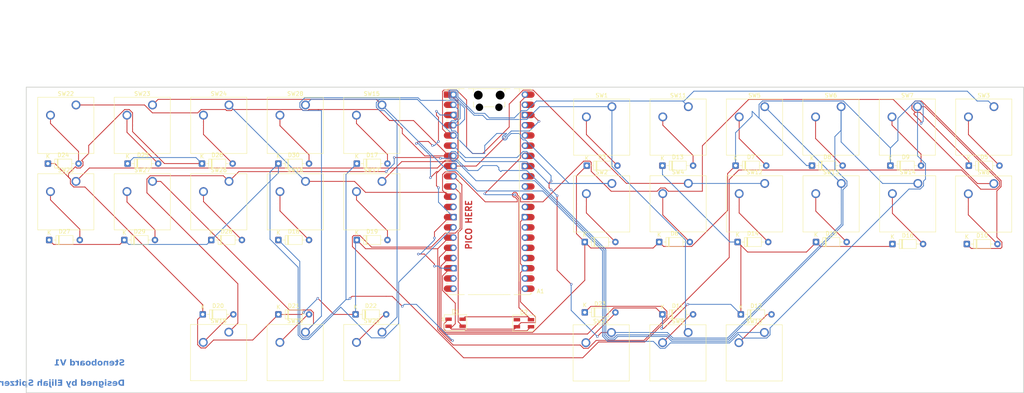
<source format=kicad_pcb>
(kicad_pcb (version 20241229) (generator "pcbnew") (generator_version "9.0")
  (layers (0 "F.Cu" signal) (2 "B.Cu" signal) (13 "F.Paste" user) (15 "B.Paste" user) (5 "F.SilkS" user "F.Silkscreen") (7 "B.SilkS" user "B.Silkscreen") (1 "F.Mask" user) (3 "B.Mask" user) (25 "Edge.Cuts" user))
  (net 0 "")
  (net 1 "Net-(D1-DOUT)")
  (net 2 "GND")
  (net 3 "+5V")
  (net 7 "Row 0")
  (net 8 "Col 5")
  (net 9 "Col 4")
  (net 12 "Col 2")
  (net 13 "Row 3")
  (net 14 "Net-(A1-GPIO6)")
  (net 17 "Row 2")
  (net 18 "Col 0")
  (net 19 "Col 1")
  (net 20 "Col 3")
  (net 24 "Col 7")
  (net 30 "Row 1")
  (net 35 "Col 6")
  (net 37 "Net-(D3-A)")
  (net 38 "Net-(D4-A)")
  (net 39 "Net-(D5-A)")
  (net 40 "Net-(D6-A)")
  (net 41 "Net-(D7-A)")
  (net 42 "Net-(D8-A)")
  (net 43 "Net-(D9-A)")
  (net 44 "Net-(D10-A)")
  (net 45 "Net-(D11-A)")
  (net 46 "Net-(D12-A)")
  (net 47 "Net-(D13-A)")
  (net 48 "Net-(D14-A)")
  (net 49 "Net-(D15-A)")
  (net 50 "Net-(D16-A)")
  (net 51 "Net-(D17-A)")
  (net 52 "Net-(D18-A)")
  (net 53 "Net-(D19-A)")
  (net 54 "Net-(D20-A)")
  (net 55 "Net-(D21-A)")
  (net 56 "Net-(D22-A)")
  (net 57 "Net-(D23-A)")
  (net 58 "Net-(D24-A)")
  (net 59 "Net-(D25-A)")
  (net 60 "Net-(D26-A)")
  (net 61 "Net-(D27-A)")
  (net 62 "Net-(D28-A)")
  (net 63 "Net-(D29-A)")
  (net 64 "Net-(D30-A)")
  (footprint "Diode_THT:D_DO-35_SOD27_P7.62mm_Horizontal" (layer "F.Cu") (at 267.38 56.5)
    (property "Reference" "D10")
    (property "Value" "1N4148")
  )
  (footprint "Diode_THT:D_DO-35_SOD27_P7.62mm_Horizontal" (layer "F.Cu") (at 172.88 37)
    (property "Reference" "D3")
    (property "Value" "1N4148")
  )
  (footprint "Diode_THT:D_DO-35_SOD27_P7.62mm_Horizontal" (layer "F.Cu") (at 190.88 56)
    (property "Reference" "D6")
    (property "Value" "1N4148")
  )
  (footprint "Diode_THT:D_DO-35_SOD27_P7.62mm_Horizontal" (layer "F.Cu") (at 115.69 36.5)
    (property "Reference" "D17")
    (property "Value" "1N4148")
  )
  (footprint "Button_Switch_Keyboard:SW_Cherry_MX_1.00u_PCB" (layer "F.Cu") (at 198.12 41.42)
    (property "Reference" "SW4")
    (property "Value" "SW_Push")
  )
  (footprint "Button_Switch_Keyboard:SW_Cherry_MX_1.00u_PCB" (layer "F.Cu") (at 198.126939 22.347834)
    (property "Reference" "SW11")
    (property "Value" "SW_Push")
  )
  (footprint "Button_Switch_Keyboard:SW_Cherry_MX_1.00u_PCB" (layer "F.Cu") (at 45.863957 40.92)
    (property "Reference" "SW25")
    (property "Value" "SW_Push")
  )
  (footprint "Diode_THT:D_DO-35_SOD27_P7.62mm_Horizontal" (layer "F.Cu") (at 79.5 55.5)
    (property "Reference" "D28")
    (property "Value" "1N4148")
  )
  (footprint "Diode_THT:D_DO-35_SOD27_P7.62mm_Horizontal" (layer "F.Cu") (at 172.38 56)
    (property "Reference" "D4" (hide yes))
    (property "Value" "1N4148")
  )
  (footprint "Diode_THT:D_DO-35_SOD27_P7.62mm_Horizontal" (layer "F.Cu") (at 248.38 37)
    (property "Reference" "D9")
    (property "Value" "1N4148")
  )
  (footprint "Diode_THT:D_DO-35_SOD27_P7.62mm_Horizontal" (layer "F.Cu") (at 211.19 74)
    (property "Reference" "D12")
    (property "Value" "1N4148")
  )
  (footprint "Diode_THT:D_DO-35_SOD27_P7.62mm_Horizontal" (layer "F.Cu") (at 38.88 36.5)
    (property "Reference" "D24")
    (property "Value" "1N4148")
  )
  (footprint "Button_Switch_Keyboard:SW_Cherry_MX_1.00u_PCB" (layer "F.Cu") (at 217.126939 22.347834)
    (property "Reference" "SW5")
    (property "Value" "SW_Push")
  )
  (footprint "Button_Switch_Keyboard:SW_Cherry_MX_1.00u_PCB" (layer "F.Cu") (at 83.858195 78.413263)
    (property "Reference" "SW18")
    (property "Value" "SW_Push")
  )
  (footprint "Button_Switch_Keyboard:SW_Cherry_MX_1.00u_PCB" (layer "F.Cu") (at 83.911979 40.92)
    (property "Reference" "SW26")
    (property "Value" "SW_Push")
  )
  (footprint "Diode_THT:D_DO-35_SOD27_P7.62mm_Horizontal" (layer "F.Cu") (at 77.19 36.5)
    (property "Reference" "D26")
    (property "Value" "1N4148")
  )
  (footprint "Button_Switch_Keyboard:SW_Cherry_MX_1.00u_PCB" (layer "F.Cu") (at 102.923957 21.92)
    (property "Reference" "SW28")
    (property "Value" "SW_Push")
  )
  (footprint "Button_Switch_Keyboard:SW_Cherry_MX_1.00u_PCB" (layer "F.Cu") (at 274.126939 22.347834)
    (property "Reference" "SW3")
    (property "Value" "SW_Push")
  )
  (footprint "Diode_THT:D_DO-35_SOD27_P7.62mm_Horizontal" (layer "F.Cu") (at 228.88 37)
    (property "Reference" "D8")
    (property "Value" "1N4148")
  )
  (footprint "LED_SMD:LED_SK6812MINI_PLCC4_3.5x3.5mm_P1.75mm" (layer "F.Cu") (at 140.25 76.075)
    (property "Reference" "D1")
    (property "Value" "SK6812MINI")
  )
  (footprint "Diode_THT:D_DO-35_SOD27_P7.62mm_Horizontal" (layer "F.Cu") (at 210.38 56)
    (property "Reference" "D14")
    (property "Value" "1N4148")
  )
  (footprint "Diode_THT:D_DO-35_SOD27_P7.62mm_Horizontal" (layer "F.Cu") (at 57.88 55.5)
    (property "Reference" "D29")
    (property "Value" "1N4148")
  )
  (footprint "Diode_THT:D_DO-35_SOD27_P7.62mm_Horizontal" (layer "F.Cu") (at 115.38 74)
    (property "Reference" "D22")
    (property "Value" "1N4148")
  )
  (footprint "Diode_THT:D_DO-35_SOD27_P7.62mm_Horizontal" (layer "F.Cu") (at 172.38 73.5)
    (property "Reference" "D23")
    (property "Value" "1N4148")
  )
  (footprint "LED_SMD:LED_SK6812MINI_PLCC4_3.5x3.5mm_P1.75mm" (layer "F.Cu") (at 157.25 76.195)
    (property "Reference" "D2")
    (property "Value" "SK6812MINI")
  )
  (footprint "Button_Switch_Keyboard:SW_Cherry_MX_1.00u_PCB" (layer "F.Cu") (at 255.126939 22.347834)
    (property "Reference" "SW7")
    (property "Value" "SW_Push")
  )
  (footprint "Diode_THT:D_DO-35_SOD27_P7.62mm_Horizontal" (layer "F.Cu") (at 267.88 37)
    (property "Reference" "D5")
    (property "Value" "1N4148")
  )
  (footprint "Diode_THT:D_DO-35_SOD27_P7.62mm_Horizontal" (layer "F.Cu") (at 115.69 55.5)
    (property "Reference" "D19")
    (property "Value" "1N4148")
  )
  (footprint "Diode_THT:D_DO-35_SOD27_P7.62mm_Horizontal" (layer "F.Cu") (at 96.19 36.5)
    (property "Reference" "D30")
    (property "Value" "1N4148")
  )
  (footprint "Button_Switch_Keyboard:SW_Cherry_MX_1.00u_PCB" (layer "F.Cu") (at 102.908484 78.42)
    (property "Reference" "SW19")
    (property "Value" "SW_Push")
  )
  (footprint "Button_Switch_Keyboard:SW_Cherry_MX_1.00u_PCB" (layer "F.Cu") (at 198.084842 78.492865)
    (property "Reference" "SW9")
    (property "Value" "SW_Push")
  )
  (footprint "Button_Switch_Keyboard:SW_Cherry_MX_1.00u_PCB" (layer "F.Cu") (at 217.123365 41.435623)
    (property "Reference" "SW12")
    (property "Value" "SW_Push")
  )
  (footprint "Button_Switch_Keyboard:SW_Cherry_MX_1.00u_PCB" (layer "F.Cu") (at 83.903957 21.92)
    (property "Reference" "SW24")
    (property "Value" "SW_Push")
  )
  (footprint "Diode_THT:D_DO-35_SOD27_P7.62mm_Horizontal" (layer "F.Cu") (at 248.88 56.5)
    (property "Reference" "D16")
    (property "Value" "1N4148")
  )
  (footprint "Diode_THT:D_DO-35_SOD27_P7.62mm_Horizontal" (layer "F.Cu") (at 39.19 55.5)
    (property "Reference" "D27")
    (property "Value" "1N4148")
  )
  (footprint "Button_Switch_Keyboard:SW_Cherry_MX_1.00u_PCB" (layer "F.Cu") (at 121.96 40.92)
    (property "Reference" "SW17")
    (property "Value" "SW_Push")
  )
  (footprint "Button_Switch_Keyboard:SW_Cherry_MX_1.00u_PCB" (layer "F.Cu") (at 274.099146 41.476941)
    (property "Reference" "SW8")
    (property "Value" "SW_Push")
  )
  (footprint "Button_Switch_Keyboard:SW_Cherry_MX_1.00u_PCB" (layer "F.Cu") (at 179 78.5)
    (property "Reference" "SW21")
    (property "Value" "SW_Push")
  )
  (footprint "Button_Switch_Keyboard:SW_Cherry_MX_1.00u_PCB" (layer "F.Cu") (at 102.935989 40.92)
    (property "Reference" "SW16")
    (property "Value" "SW_Push")
  )
  (footprint "Module:RaspberryPi_Pico_Common_Unspecified" (layer "F.Cu") (at 148.61 43.47)
    (property "Reference" "A1")
    (property "Value" "RaspberryPi_Pico")
  )
  (footprint "Diode_THT:D_DO-35_SOD27_P7.62mm_Horizontal" (layer "F.Cu") (at 191.69 37)
    (property "Reference" "D13")
    (property "Value" "1N4148")
  )
  (footprint "Button_Switch_Keyboard:SW_Cherry_MX_1.00u_PCB" (layer "F.Cu") (at 121.96 78.42)
    (property "Reference" "SW20")
    (property "Value" "SW_Push")
  )
  (footprint "Diode_THT:D_DO-35_SOD27_P7.62mm_Horizontal" (layer "F.Cu") (at 96.19 74)
    (property "Reference" "D21")
    (property "Value" "1N4148")
  )
  (footprint "Diode_THT:D_DO-35_SOD27_P7.62mm_Horizontal" (layer "F.Cu") (at 96.19 55.5)
    (property "Reference" "D18")
    (property "Value" "1N4148")
  )
  (footprint "Button_Switch_Keyboard:SW_Cherry_MX_1.00u_PCB" (layer "F.Cu") (at 64.883957 21.92)
    (property "Reference" "SW23")
    (property "Value" "SW_Push")
  )
  (footprint "Button_Switch_Keyboard:SW_Cherry_MX_1.00u_PCB" (layer "F.Cu") (at 179.119285 41.443905)
    (property "Reference" "SW2")
    (property "Value" "SW_Push")
  )
  (footprint "Diode_THT:D_DO-35_SOD27_P7.62mm_Horizontal" (layer "F.Cu") (at 58.69 36.5)
    (property "Reference" "D25")
    (property "Value" "1N4148")
  )
  (footprint "Button_Switch_Keyboard:SW_Cherry_MX_1.00u_PCB" (layer "F.Cu") (at 236.166799 41.435623)
    (property "Reference" "SW13")
    (property "Value" "SW_Push")
  )
  (footprint "Button_Switch_Keyboard:SW_Cherry_MX_1.00u_PCB" (layer "F.Cu") (at 236.126939 22.347834)
    (property "Reference" "SW6")
    (property "Value" "SW_Push")
  )
  (footprint "Button_Switch_Keyboard:SW_Cherry_MX_1.00u_PCB" (layer "F.Cu") (at 121.943957 21.92)
    (property "Reference" "SW15")
    (property "Value" "SW_Push")
  )
  (footprint "Button_Switch_Keyboard:SW_Cherry_MX_1.00u_PCB" (layer "F.Cu") (at 179.126939 22.347834)
    (property "Reference" "SW1")
    (property "Value" "SW_Push")
  )
  (footprint "Button_Switch_Keyboard:SW_Cherry_MX_1.00u_PCB" (layer "F.Cu") (at 64.887968 40.92)
    (property "Reference" "SW27")
    (property "Value" "SW_Push")
  )
  (footprint "Diode_THT:D_DO-35_SOD27_P7.62mm_Horizontal" (layer "F.Cu") (at 77.38 74)
    (property "Reference" "D20")
    (property "Value" "1N4148")
  )
  (footprint "Button_Switch_Keyboard:SW_Cherry_MX_1.00u_PCB" (layer "F.Cu") (at 255.214533 41.435623)
    (property "Reference" "SW14")
    (property "Value" "SW_Push")
  )
  (footprint "Diode_THT:D_DO-35_SOD27_P7.62mm_Horizontal" (layer "F.Cu") (at 229.88 56)
    (property "Reference" "D15")
    (property "Value" "1N4148")
  )
  (footprint "Button_Switch_Keyboard:SW_Cherry_MX_1.00u_PCB" (layer "F.Cu") (at 45.863957 21.92)
    (property "Reference" "SW22")
    (property "Value" "SW_Push")
  )
  (footprint "Diode_THT:D_DO-35_SOD27_P7.62mm_Horizontal" (layer "F.Cu") (at 191.69 74)
    (property "Reference" "D11")
    (property "Value" "1N4148")
  )
  (footprint "Button_Switch_Keyboard:SW_Cherry_MX_1.00u_PCB" (layer "F.Cu") (at 217.05299 78.492865)
    (property "Reference" "SW10")
    (property "Value" "SW_Push")
  )
  (footprint "Diode_THT:D_DO-35_SOD27_P7.62mm_Horizontal" (layer "F.Cu") (at 209.88 37)
    (property "Reference" "D7")
    (property "Value" "1N4148")
  )
  (gr_rect (start 33.5 17.5) (end 281.5 93.5) (stroke (width 0.2)) (fill no) (layer "Edge.Cuts"))
  (gr_text "PICO HERE" (at 144.422358 58.01568 90) (layer "F.Cu") (effects (font (size 1.5 1.5) (thickness 0.3) (bold yes)) (justify left bottom)))
  (gr_text "Stenoboard V1\n\nDesigned by Elijah Spitzer" (at 58 92 0) (layer "B.Cu") (effects (font (size 1.5 1.5) (thickness 0.3) (bold yes)) (justify left bottom mirror)))
  (segment (start 137.399 76.301) (end 137.399 77.676) (width 0.2) (layer "F.Cu") (net 1))
  (segment (start 137.8 78.077) (end 157.993 78.077) (width 0.2) (layer "F.Cu") (net 1))
  (segment (start 157.993 78.077) (end 159 77.07) (width 0.2) (layer "F.Cu") (net 1))
  (segment (start 137.399 77.676) (end 137.8 78.077) (width 0.2) (layer "F.Cu") (net 1))
  (segment (start 138.5 75.2) (end 137.399 76.301) (width 0.2) (layer "F.Cu") (net 1))
  (segment (start 135.5 24.5) (end 136 25) (width 0.2) (layer "F.Cu") (net 2))
  (segment (start 156.399 61.419) (end 156.399 50.921) (width 0.2) (layer "F.Cu") (net 2))
  (segment (start 145.38 37.12) (end 139.72 37.12) (width 0.2) (layer "F.Cu") (net 2))
  (segment (start 138.915 62.52) (end 139.72 62.52) (width 0.2) (layer "F.Cu") (net 2))
  (segment (start 160.101 76.046) (end 156.524 76.046) (width 0.2) (layer "F.Cu") (net 2))
  (segment (start 140.17605 76.32395) (end 140.17605 71.2131) (width 0.2) (layer "F.Cu") (net 2))
  (segment (start 160.101 74.594) (end 160.101 76.046) (width 0.2) (layer "F.Cu") (net 2))
  (segment (start 159.42 24.42) (end 161 26) (width 0.2) (layer "F.Cu") (net 2))
  (segment (start 139.226 77.676) (end 139.025 77.475) (width 0.2) (layer "F.Cu") (net 2))
  (segment (start 157.5 62.52) (end 156.399 63.621) (width 0.2) (layer "F.Cu") (net 2))
  (segment (start 130.5 31.5) (end 131 31) (width 0.2) (layer "F.Cu") (net 2))
  (segment (start 157.5 24.42) (end 158.3 24.42) (width 0.2) (layer "F.Cu") (net 2))
  (segment (start 156.399 63.621) (end 156.399 70.892) (width 0.2) (layer "F.Cu") (net 2))
  (segment (start 155.5 77.07) (end 154.894 77.676) (width 0.2) (layer "F.Cu") (net 2))
  (segment (start 137.315 37.12) (end 135.935 38.5) (width 0.2) (layer "F.Cu") (net 2))
  (segment (start 152.5 30) (end 145.38 37.12) (width 0.2) (layer "F.Cu") (net 2))
  (segment (start 135.5 38.935) (end 135.5 42) (width 0.2) (layer "F.Cu") (net 2))
  (segment (start 135.5 38.5) (end 134 40) (width 0.2) (layer "F.Cu") (net 2))
  (segment (start 131 59) (end 132.5 59) (width 0.2) (layer "F.Cu") (net 2))
  (segment (start 139.72 25.225) (end 139.995 25.5) (width 0.2) (layer "F.Cu") (net 2))
  (segment (start 139.025 77.475) (end 140.17605 76.32395) (width 0.2) (layer "F.Cu") (net 2))
  (segment (start 139.72 49.82) (end 138.68 49.82) (width 0.2) (layer "F.Cu") (net 2))
  (segment (start 135.935 38.5) (end 135.5 38.5) (width 0.2) (layer "F.Cu") (net 2))
  (segment (start 140.17605 71.2131) (end 137.019 68.05605) (width 0.2) (layer "F.Cu") (net 2))
  (segment (start 157.5 24.42) (end 159.42 24.42) (width 0.2) (layer "F.Cu") (net 2))
  (segment (start 132.5 59) (end 135 61.5) (width 0.2) (layer "F.Cu") (net 2))
  (segment (start 154.894 77.676) (end 139.226 77.676) (width 0.2) (layer "F.Cu") (net 2))
  (segment (start 138.92 37.12) (end 137.315 37.12) (width 0.2) (layer "F.Cu") (net 2))
  (segment (start 139.025 77.475) (end 138.5 76.95) (width 0.2) (layer "F.Cu") (net 2))
  (segment (start 156.399 50.921) (end 157.5 49.82) (width 0.2) (layer "F.Cu") (net 2))
  (segment (start 133.5 31) (end 134.5 32) (width 0.2) (layer "F.Cu") (net 2))
  (segment (start 136 25) (end 136 31) (width 0.2) (layer "F.Cu") (net 2))
  (segment (start 139.995 25.5) (end 140.425 25.5) (width 0.2) (layer "F.Cu") (net 2))
  (segment (start 157.5 62.52) (end 156.399 61.419) (width 0.2) (layer "F.Cu") (net 2))
  (segment (start 139.72 24.42) (end 139.72 25.225) (width 0.2) (layer "F.Cu") (net 2))
  (segment (start 135.5 42) (end 136 42.5) (width 0.2) (layer "F.Cu") (net 2))
  (segment (start 135 61.5) (end 135 62) (width 0.2) (layer "F.Cu") (net 2))
  (segment (start 135.935 38.5) (end 135.5 38.935) (width 0.2) (layer "F.Cu") (net 2))
  (segment (start 156.524 76.046) (end 155.5 77.07) (width 0.2) (layer "F.Cu") (net 2))
  (segment (start 137.019 68.05605) (end 137.019 64.416) (width 0.2) (layer "F.Cu") (net 2))
  (segment (start 140.425 25.5) (end 140.425 24.42) (width 0.2) (layer "F.Cu") (net 2))
  (segment (start 138.68 49.82) (end 135 53.5) (width 0.2) (layer "F.Cu") (net 2))
  (segment (start 131 31) (end 133.5 31) (width 0.2) (layer "F.Cu") (net 2))
  (segment (start 135 53.5) (end 135 55) (width 0.2) (layer "F.Cu") (net 2))
  (segment (start 135.5 23.5) (end 135.5 24.5) (width 0.2) (layer "F.Cu") (net 2))
  (segment (start 156.399 70.892) (end 160.101 74.594) (width 0.2) (layer "F.Cu") (net 2))
  (segment (start 137.019 64.416) (end 138.915 62.52) (width 0.2) (layer "F.Cu") (net 2))
  (via (at 161 26) (size 0.6) (drill 0.3) (layers "F.Cu" "B.Cu") (net 2))
  (via (at 136 31) (size 0.6) (drill 0.3) (layers "F.Cu" "B.Cu") (net 2))
  (via (at 130.5 31.5) (size 0.6) (drill 0.3) (layers "F.Cu" "B.Cu") (net 2))
  (via (at 131 59) (size 0.6) (drill 0.3) (layers "F.Cu" "B.Cu") (net 2))
  (via (at 135 62) (size 0.6) (drill 0.3) (layers "F.Cu" "B.Cu") (net 2))
  (via (at 135.5 23.5) (size 0.6) (drill 0.3) (layers "F.Cu" "B.Cu") (net 2))
  (via (at 136 42.5) (size 0.6) (drill 0.3) (layers "F.Cu" "B.Cu") (net 2))
  (via (at 152.5 30) (size 0.6) (drill 0.3) (layers "F.Cu" "B.Cu") (net 2))
  (via (at 135 55) (size 0.6) (drill 0.3) (layers "F.Cu" "B.Cu") (net 2))
  (via (at 134 40) (size 0.6) (drill 0.3) (layers "F.Cu" "B.Cu") (net 2))
  (via (at 134.5 32) (size 0.6) (drill 0.3) (layers "F.Cu" "B.Cu") (net 2))
  (segment (start 130.956857 31.5) (end 130.5 31.5) (width 0.2) (layer "B.Cu") (net 2))
  (segment (start 136.42 24.42) (end 135.5 23.5) (width 0.2) (layer "B.Cu") (net 2))
  (segment (start 136 62) (end 136.52 62.52) (width 0.2) (layer "B.Cu") (net 2))
  (segment (start 136.52 62.52) (end 139.72 62.52) (width 0.2) (layer "B.Cu") (net 2))
  (segment (start 136 46.1) (end 139.72 49.82) (width 0.2) (layer "B.Cu") (net 2))
  (segment (start 134 40) (end 134 34.543143) (width 0.2) (layer "B.Cu") (net 2))
  (segment (start 158.601 28.399) (end 154.101 28.399) (width 0.2) (layer "B.Cu") (net 2))
  (segment (start 135 32) (end 136 31) (width 0.2) (layer "B.Cu") (net 2))
  (segment (start 134 34.543143) (end 130.956857 31.5) (width 0.2) (layer "B.Cu") (net 2))
  (segment (start 161 26) (end 158.601 28.399) (width 0.2) (layer "B.Cu") (net 2))
  (segment (start 134.5 32) (end 135 32) (width 0.2) (layer "B.Cu") (net 2))
  (segment (start 131.5 59) (end 135 55.5) (width 0.2) (layer "B.Cu") (net 2))
  (segment (start 135 55.5) (end 135 55) (width 0.2) (layer "B.Cu") (net 2))
  (segment (start 154.101 28.399) (end 152.5 30) (width 0.2) (layer "B.Cu") (net 2))
  (segment (start 136 42.5) (end 136 46.1) (width 0.2) (layer "B.Cu") (net 2))
  (segment (start 139.72 24.42) (end 136.42 24.42) (width 0.2) (layer "B.Cu") (net 2))
  (segment (start 135 62) (end 136 62) (width 0.2) (layer "B.Cu") (net 2))
  (segment (start 131 59) (end 131.5 59) (width 0.2) (layer "B.Cu") (net 2))
  (segment (start 157.5 20) (end 157.5 19.34) (width 0.2) (layer "F.Cu") (net 3))
  (segment (start 147.5 44) (end 156.394 35.106) (width 0.2) (layer "F.Cu") (net 3))
  (segment (start 155.998 45.237) (end 155 44.239) (width 0.2) (layer "F.Cu") (net 3))
  (segment (start 158.274 74.594) (end 159 75.32) (width 0.2) (layer "F.Cu") (net 3))
  (segment (start 156.394 21.238) (end 156.328 21.172) (width 0.2) (layer "F.Cu") (net 3))
  (segment (start 156.328 21.172) (end 157.5 20) (width 0.2) (layer "F.Cu") (net 3))
  (segment (start 156.394 35.106) (end 156.394 21.238) (width 0.2) (layer "F.Cu") (net 3))
  (segment (start 142.606 74.594) (end 158.274 74.594) (width 0.2) (layer "F.Cu") (net 3))
  (segment (start 155.998 72.318) (end 155.998 45.237) (width 0.2) (layer "F.Cu") (net 3))
  (segment (start 159 75.32) (end 155.998 72.318) (width 0.2) (layer "F.Cu") (net 3))
  (segment (start 142 75.2) (end 142.606 74.594) (width 0.2) (layer "F.Cu") (net 3))
  (via (at 147.5 44) (size 0.6) (drill 0.3) (layers "F.Cu" "B.Cu") (net 3))
  (via (at 155 44.239) (size 0.6) (drill 0.3) (layers "F.Cu" "B.Cu") (net 3))
  (segment (start 155 44.239) (end 147.739 44.239) (width 0.2) (layer "B.Cu") (net 3))
  (segment (start 147.739 44.239) (end 147.5 44) (width 0.2) (layer "B.Cu") (net 3))
  (segment (start 56.779 56.601) (end 57.88 55.5) (width 0.2) (layer "F.Cu") (net 7))
  (segment (start 39.19 55.5) (end 40.291 56.601) (width 0.2) (layer "F.Cu") (net 7))
  (segment (start 40.291 56.601) (end 56.779 56.601) (width 0.2) (layer "F.Cu") (net 7))
  (segment (start 101.106484 62.302644) (end 94.114989 55.311149) (width 0.2) (layer "B.Cu") (net 7))
  (segment (start 57.88 55.5) (end 58.981 56.601) (width 0.2) (layer "B.Cu") (net 7))
  (segment (start 96.19 38.81) (end 96.19 36.5) (width 0.2) (layer "B.Cu") (net 7))
  (segment (start 94.114989 38.575011) (end 96.19 36.5) (width 0.2) (layer "B.Cu") (net 7))
  (segment (start 103.654898 80.222) (end 102.16207 80.222) (width 0.2) (layer "B.Cu") (net 7))
  (segment (start 94.114989 55.311149) (end 94.114989 38.575011) (width 0.2) (layer "B.Cu") (net 7))
  (segment (start 119.31484 79.821) (end 111.685369 72.191529) (width 0.2) (layer "B.Cu") (net 7))
  (segment (start 58.981 56.601) (end 78.399 56.601) (width 0.2) (layer "B.Cu") (net 7))
  (segment (start 102.16207 80.222) (end 101.106484 79.166414) (width 0.2) (layer "B.Cu") (net 7))
  (segment (start 101.106484 79.166414) (end 101.106484 62.302644) (width 0.2) (layer "B.Cu") (net 7))
  (segment (start 126.102 65.978) (end 126.102 76.259314) (width 0.2) (layer "B.Cu") (net 7))
  (segment (start 78.399 56.601) (end 79.5 55.5) (width 0.2) (layer "B.Cu") (net 7))
  (segment (start 139.72 52.36) (end 126.102 65.978) (width 0.2) (layer "B.Cu") (net 7))
  (segment (start 126.102 76.259314) (end 122.540314 79.821) (width 0.2) (layer "B.Cu") (net 7))
  (segment (start 111.685369 72.191529) (end 103.654898 80.222) (width 0.2) (layer "B.Cu") (net 7))
  (segment (start 122.540314 79.821) (end 119.31484 79.821) (width 0.2) (layer "B.Cu") (net 7))
  (segment (start 79.5 55.5) (end 96.19 38.81) (width 0.2) (layer "B.Cu") (net 7))
  (segment (start 139.78 35.28) (end 140.00995 35.28) (width 0.2) (layer "F.Cu") (net 8))
  (segment (start 102.343643 23.321) (end 103.504271 23.321) (width 0.2) (layer "F.Cu") (net 8))
  (segment (start 127 27.817573) (end 124.981427 25.799) (width 0.2) (layer "F.Cu") (net 8))
  (segment (start 106.203957 23.059) (end 121.101643 23.059) (width 0.2) (layer "F.Cu") (net 8))
  (segment (start 64.862329 23.879686) (end 76.152957 23.879686) (width 0.2) (layer "F.Cu") (net 8))
  (segment (start 106.059 23.059) (end 106.131479 23.131478) (width 0.2) (layer "F.Cu") (net 8))
  (segment (start 84.484271 23.321) (end 84.746271 23.059) (width 0.2) (layer "F.Cu") (net 8))
  (segment (start 138.58863 34.58) (end 139.72 34.58) (width 0.2) (layer "F.Cu") (net 8))
  (segment (start 124.981427 25.799) (end 123.841643 25.799) (width 0.2) (layer "F.Cu") (net 8))
  (segment (start 139.72 34.58) (end 139.72 35.22) (width 0.2) (layer "F.Cu") (net 8))
  (segment (start 45.863957 21.92) (end 62.902643 21.92) (width 0.2) (layer "F.Cu") (net 8))
  (segment (start 103.766271 23.059) (end 106.059 23.059) (width 0.2) (layer "F.Cu") (net 8))
  (segment (start 76.152957 23.879686) (end 76.973643 23.059) (width 0.2) (layer "F.Cu") (net 8))
  (segment (start 132.58 34.58) (end 127 29) (width 0.2) (layer "F.Cu") (net 8))
  (segment (start 102.081643 23.059) (end 102.343643 23.321) (width 0.2) (layer "F.Cu") (net 8))
  (segment (start 129.80763 25.799) (end 138.58863 34.58) (width 0.2) (layer "F.Cu") (net 8))
  (segment (start 62.902643 21.92) (end 64.862329 23.879686) (width 0.2) (layer "F.Cu") (net 8))
  (segment (start 127 29) (end 127 27.817573) (width 0.2) (layer "F.Cu") (net 8))
  (segment (start 84.746271 23.059) (end 102.081643 23.059) (width 0.2) (layer "F.Cu") (net 8))
  (segment (start 121.101643 23.059) (end 123.841643 25.799) (width 0.2) (layer "F.Cu") (net 8))
  (segment (start 138.92 34.58) (end 132.58 34.58) (width 0.2) (layer "F.Cu") (net 8))
  (segment (start 123.841643 25.799) (end 129.80763 25.799) (width 0.2) (layer "F.Cu") (net 8))
  (segment (start 140.00995 35.28) (end 140.144975 35.144975) (width 0.2) (layer "F.Cu") (net 8))
  (segment (start 106.131479 23.131478) (end 106.203957 23.059) (width 0.2) (layer "F.Cu") (net 8))
  (segment (start 83.323643 23.321) (end 84.484271 23.321) (width 0.2) (layer "F.Cu") (net 8))
  (segment (start 83.061643 23.059) (end 83.323643 23.321) (width 0.2) (layer "F.Cu") (net 8))
  (segment (start 103.504271 23.321) (end 103.766271 23.059) (width 0.2) (layer "F.Cu") (net 8))
  (segment (start 139.72 35.22) (end 139.78 35.28) (width 0.2) (layer "F.Cu") (net 8))
  (segment (start 76.973643 23.059) (end 83.061643 23.059) (width 0.2) (layer "F.Cu") (net 8))
  (segment (start 180.401 79.080314) (end 179.580314 79.901) (width 0.2) (layer "B.Cu") (net 8))
  (segment (start 237.567799 40.855309) (end 237.567799 42.015937) (width 0.2) (layer "B.Cu") (net 8))
  (segment (start 147 37) (end 145.774 38.226) (width 0.2) (layer "B.Cu") (net 8))
  (segment (start 234.560755 37.848265) (end 237.567799 40.855309) (width 0.2) (layer "B.Cu") (net 8))
  (segment (start 255.214533 41.435428) (end 255.214533 41.435623) (width 0.2) (layer "B.Cu") (net 8))
  (segment (start 151.774 38.226) (end 151.5 38.5) (width 0.2) (layer "B.Cu") (net 8))
  (segment (start 194.154474 80.294865) (end 192.939923 79.080314) (width 0.2) (layer "B.Cu") (net 8))
  (segment (start 236.567799 43.015937) (end 236.567799 51.765461) (width 0.2) (layer "B.Cu") (net 8))
  (segment (start 236.567799 51.765461) (end 208.038395 80.294865) (width 0.2) (layer "B.Cu") (net 8))
  (segment (start 178.419686 79.901) (end 177.599 79.080314) (width 0.2) (layer "B.Cu") (net 8))
  (segment (start 157.958122 38.226) (end 151.774 38.226) (width 0.2) (layer "B.Cu") (net 8))
  (segment (start 236.126939 22.347834) (end 236.126939 31.126939) (width 0.2) (layer "B.Cu") (net 8))
  (segment (start 234.560755 29.778834) (end 234.560755 37.848265) (width 0.2) (layer "B.Cu") (net 8))
  (segment (start 143.366 38.226) (end 139.72 34.58) (width 0.2) (layer "B.Cu") (net 8))
  (segment (start 145.774 38.226) (end 143.366 38.226) (width 0.2) (layer "B.Cu") (net 8))
  (segment (start 208.038395 80.294865) (end 194.154474 80.294865) (width 0.2) (layer "B.Cu") (net 8))
  (segment (start 179.580314 79.901) (end 178.419686 79.901) (width 0.2) (layer "B.Cu") (net 8))
  (segment (start 236.126939 31.126939) (end 246.435623 41.435623) (width 0.2) (layer "B.Cu") (net 8))
  (segment (start 237.567799 42.015937) (end 236.567799 43.015937) (width 0.2) (layer "B.Cu") (net 8))
  (segment (start 151 38) (end 151 37.5) (width 0.2) (layer "B.Cu") (net 8))
  (segment (start 192.939923 79.080314) (end 180.401 79.080314) (width 0.2) (layer "B.Cu") (net 8))
  (segment (start 177.599 79.080314) (end 177.599 57.866878) (width 0.2) (layer "B.Cu") (net 8))
  (segment (start 177.599 57.866878) (end 157.958122 38.226) (width 0.2) (layer "B.Cu") (net 8))
  (segment (start 246.435623 41.435623) (end 255.214533 41.435623) (width 0.2) (layer "B.Cu") (net 8))
  (segment (start 150.5 37) (end 147 37) (width 0.2) (layer "B.Cu") (net 8))
  (segment (start 236.126939 28.21265) (end 234.560755 29.778834) (width 0.2) (layer "B.Cu") (net 8))
  (segment (start 151 37.5) (end 150.5 37) (width 0.2) (layer "B.Cu") (net 8))
  (segment (start 236.126939 22.347834) (end 236.126939 28.21265) (width 0.2) (layer "B.Cu") (net 8))
  (segment (start 151.5 38.5) (end 151 38) (width 0.2) (layer "B.Cu") (net 8))
  (segment (start 176.5 78.5) (end 179 78.5) (width 0.2) (layer "F.Cu") (net 9))
  (segment (start 175.5 79.5) (end 176.5 78.5) (width 0.2) (layer "F.Cu") (net 9))
  (segment (start 165.5 44.5) (end 165.5 63) (width 0.2) (layer "F.Cu") (net 9))
  (segment (start 165.5 63) (end 169 66.5) (width 0.2) (layer "F.Cu") (net 9))
  (segment (start 163.5 42.5) (end 164 43) (width 0.2) (layer "F.Cu") (net 9))
  (segment (start 163.5 41.343905) (end 163.5 42.5) (width 0.2) (layer "F.Cu") (net 9))
  (segment (start 164 40.843905) (end 163.5 41.343905) (width 0.2) (layer "F.Cu") (net 9))
  (via (at 164 40.843905) (size 0.6) (drill 0.3) (layers "F.Cu" "B.Cu") (net 9))
  (via (at 165.5 44.5) (size 0.6) (drill 0.3) (layers "F.Cu" "B.Cu") (net 9))
  (via (at 169 66.5) (size 0.6) (drill 0.3) (layers "F.Cu" "B.Cu") (net 9))
  (via (at 175.5 79.5) (size 0.6) (drill 0.3) (layers "F.Cu" "B.Cu") (net 9))
  (via (at 164 43) (size 0.6) (drill 0.3) (layers "F.Cu" "B.Cu") (net 9))
  (segment (start 157.04395 33.479) (end 157.95605 33.479) (width 0.2) (layer "B.Cu") (net 9))
  (segment (start 142.68 35) (end 155.52295 35) (width 0.2) (layer "B.Cu") (net 9))
  (segment (start 236.166799 51.599361) (end 236.166799 41.435623) (width 0.2) (layer "B.Cu") (net 9))
  (segment (start 164 39.52295) (end 164 40.843905) (width 0.2) (layer "B.Cu") (net 9))
  (segment (start 155.52295 35) (end 157.04395 33.479) (width 0.2) (layer "B.Cu") (net 9))
  (segment (start 169 66.5) (end 169 73) (width 0.2) (layer "B.Cu") (net 9))
  (segment (start 194.320574 79.893865) (end 207.872295 79.893865) (width 0.2) (layer "B.Cu") (net 9))
  (segment (start 236.166799 41.435623) (end 220.731176 26) (width 0.2) (layer "B.Cu") (net 9))
  (segment (start 164 43) (end 165.5 44.5) (width 0.2) (layer "B.Cu") (net 9))
  (segment (start 157.95605 33.479) (end 164 39.52295) (width 0.2) (layer "B.Cu") (net 9))
  (segment (start 220.731176 26) (end 220.731176 25.952071) (width 0.2) (layer "B.Cu") (net 9))
  (segment (start 207.872295 79.893865) (end 236.166799 51.599361) (width 0.2) (layer "B.Cu") (net 9))
  (segment (start 192.926709 78.5) (end 194.320574 79.893865) (width 0.2) (layer "B.Cu") (net 9))
  (segment (start 179 78.5) (end 192.926709 78.5) (width 0.2) (layer "B.Cu") (net 9))
  (segment (start 220.731176 25.952071) (end 217.126939 22.347834) (width 0.2) (layer "B.Cu") (net 9))
  (segment (start 139.72 32.04) (end 142.68 35) (width 0.2) (layer "B.Cu") (net 9))
  (segment (start 169 73) (end 175.5 79.5) (width 0.2) (layer "B.Cu") (net 9))
  (segment (start 98.899 72.899) (end 104.26605 72.899) (width 0.2) (layer "F.Cu") (net 12))
  (segment (start 104.911 76.417484) (end 102.908484 78.42) (width 0.2) (layer "F.Cu") (net 12))
  (segment (start 104.911 73.54395) (end 104.911 76.417484) (width 0.2) (layer "F.Cu") (net 12))
  (segment (start 66.92 40.92) (end 98.899 72.899) (width 0.2) (layer "F.Cu") (net 12))
  (segment (start 104.26605 72.899) (end 104.911 73.54395) (width 0.2) (layer "F.Cu") (net 12))
  (segment (start 64.887968 40.92) (end 66.92 40.92) (width 0.2) (layer "F.Cu") (net 12))
  (segment (start 269.946834 20.946834) (end 267.5 18.5) (width 0.2) (layer "B.Cu") (net 12))
  (segment (start 198.126939 22.373061) (end 198 22.5) (width 0.2) (layer "B.Cu") (net 12))
  (segment (start 199.5 18.5) (end 197.053166 20.946834) (width 0.2) (layer "B.Cu") (net 12))
  (segment (start 154.879406 25.125) (end 156.690406 23.314) (width 0.2) (layer "B.Cu") (net 12))
  (segment (start 138.906936 18.239) (end 140.533064 18.239) (width 0.2) (layer "B.Cu") (net 12))
  (segment (start 140.821 19.8739) (end 144.9471 24) (width 0.2) (layer "B.Cu") (net 12))
  (segment (start 141.401 25.279) (end 139.72 26.96) (width 0.2) (layer "B.Cu") (net 12))
  (segment (start 144.9471 24) (end 147.5 24) (width 0.2) (layer "B.Cu") (net 12))
  (segment (start 157.958122 23.314) (end 160.325288 20.946834) (width 0.2) (layer "B.Cu") (net 12))
  (segment (start 140.17605 20.779) (end 141.401 22.00395) (width 0.2) (layer "B.Cu") (net 12))
  (segment (start 102.343643 23.321) (end 101.522957 22.500314) (width 0.2) (layer "B.Cu") (net 12))
  (segment (start 102.908484 78.42) (end 106.892057 74.436427) (width 0.2) (layer "B.Cu") (net 12))
  (segment (start 147.5 24) (end 148.625 25.125) (width 0.2) (layer "B.Cu") (net 12))
  (segment (start 138.906936 20.441) (end 138.619 20.153064) (width 0.2) (layer "B.Cu") (net 12))
  (segment (start 196.725939 20.946834) (end 198.126939 22.347834) (width 0.2) (layer "B.Cu") (net 12))
  (segment (start 106.892057 23.321) (end 102.343643 23.321) (width 0.2) (layer "B.Cu") (net 12))
  (segment (start 272.725939 20.946834) (end 269.946834 20.946834) (width 0.2) (layer "B.Cu") (net 12))
  (segment (start 138.619 20.153064) (end 138.619 18.526936) (width 0.2) (layer "B.Cu") (net 12))
  (segment (start 140.821 18.526936) (end 140.821 19.8739) (width 0.2) (layer "B.Cu") (net 12))
  (segment (start 156.690406 23.314) (end 157.958122 23.314) (width 0.2) (layer "B.Cu") (net 12))
  (segment (start 139.72 26.96) (end 141.04 26.96) (width 0.2) (layer "B.Cu") (net 12))
  (segment (start 140.533064 18.239) (end 140.821 18.526936) (width 0.2) (layer "B.Cu") (net 12))
  (segment (start 101.522957 21.339686) (end 102.744643 20.118) (width 0.2) (layer "B.Cu") (net 12))
  (segment (start 131.5661 20.779) (end 140.17605 20.779) (width 0.2) (layer "B.Cu") (net 12))
  (segment (start 140.2539 20.441) (end 138.906936 20.441) (width 0.2) (layer "B.Cu") (net 12))
  (segment (start 106.892057 74.436427) (end 106.892057 23.321) (width 0.2) (layer "B.Cu") (net 12))
  (segment (start 141.04 26.96) (end 142.5 25.5) (width 0.2) (layer "B.Cu") (net 12))
  (segment (start 138.619 18.526936) (end 138.906936 18.239) (width 0.2) (layer "B.Cu") (net 12))
  (segment (start 274.126939 22.347834) (end 272.725939 20.946834) (width 0.2) (layer "B.Cu") (net 12))
  (segment (start 267.5 18.5) (end 199.5 18.5) (width 0.2) (layer "B.Cu") (net 12))
  (segment (start 148.625 25.125) (end 154.879406 25.125) (width 0.2) (layer "B.Cu") (net 12))
  (segment (start 142.5 22.6871) (end 140.2539 20.441) (width 0.2) (layer "B.Cu") (net 12))
  (segment (start 141.401 22.00395) (end 141.401 25.279) (width 0.2) (layer "B.Cu") (net 12))
  (segment (start 102.744643 20.118) (end 130.9051 20.118) (width 0.2) (layer "B.Cu") (net 12))
  (segment (start 197.053166 20.946834) (end 196.725939 20.946834) (width 0.2) (layer "B.Cu") (net 12))
  (segment (start 142.5 25.5) (end 142.5 22.6871) (width 0.2) (layer "B.Cu") (net 12))
  (segment (start 130.9051 20.118) (end 131.5661 20.779) (width 0.2) (layer "B.Cu") (net 12))
  (segment (start 160.325288 20.946834) (end 196.725939 20.946834) (width 0.2) (layer "B.Cu") (net 12))
  (segment (start 101.522957 22.500314) (end 101.522957 21.339686) (width 0.2) (layer "B.Cu") (net 12))
  (segment (start 138.58863 59.98) (end 136.618 61.95063) (width 0.2) (layer "F.Cu") (net 13))
  (segment (start 254.546625 23.748834) (end 254.241591 24.053868) (width 0.2) (layer "F.Cu") (net 13))
  (segment (start 256 26) (end 256 26.5) (width 0.2) (layer "F.Cu") (net 13))
  (segment (start 267.38 56.5) (end 268.481 57.601) (width 0.2) (layer "F.Cu") (net 13))
  (segment (start 170.298285 39.581715) (end 172.88 37) (width 0.2) (layer "F.Cu") (net 13))
  (segment (start 170.298285 53.918285) (end 170.298285 39.581715) (width 0.2) (layer "F.Cu") (net 13))
  (segment (start 274.84556 43.278941) (end 275.901146 42.223355) (width 0.2) (layer "F.Cu") (net 13))
  (segment (start 275.901146 42.223355) (end 275.901146 40.730527) (width 0.2) (layer "F.Cu") (net 13))
  (segment (start 207.901365 38.978635) (end 209.88 37) (width 0.2) (layer "F.Cu") (net 13))
  (segment (start 254.241591 24.241591) (end 256 26) (width 0.2) (layer "F.Cu") (net 13))
  (segment (start 189.38 57.5) (end 190.88 56) (width 0.2) (layer "F.Cu") (net 13))
  (segment (start 173.88 57.5) (end 189.38 57.5) (width 0.2) (layer "F.Cu") (net 13))
  (segment (start 137.6339 78.478) (end 159.419 78.478) (width 0.2) (layer "F.Cu") (net 13))
  (segment (start 172.38 65.517) (end 172.38 56) (width 0.2) (layer "F.Cu") (net 13))
  (segment (start 207.901365 48.155685) (end 207.901365 38.978635) (width 0.2) (layer "F.Cu") (net 13))
  (segment (start 267.88 35.921581) (end 267.88 37) (width 0.2) (layer "F.Cu") (net 13))
  (segment (start 254.546625 20.946834) (end 253.725939 21.76752) (width 0.2) (layer "F.Cu") (net 13))
  (segment (start 172.38 56) (end 170.298285 53.918285) (width 0.2) (layer "F.Cu") (net 13))
  (segment (start 275.901146 40.730527) (end 256.117453 20.946834) (width 0.2) (layer "F.Cu") (net 13))
  (segment (start 253.725939 21.76752) (end 253.725939 22.928148) (width 0.2) (layer "F.Cu") (net 13))
  (segment (start 255.707253 23.748834) (end 267.88 35.921581) (width 0.2) (layer "F.Cu") (net 13))
  (segment (start 190.88 56) (end 191.981 57.101) (width 0.2) (layer "F.Cu") (net 13))
  (segment (start 275.798 57.601) (end 276.101 57.298) (width 0.2) (layer "F.Cu") (net 13))
  (segment (start 159.419 78.478) (end 172.38 65.517) (width 0.2) (layer "F.Cu") (net 13))
  (segment (start 198.95605 57.101) (end 207.901365 48.155685) (width 0.2) (layer "F.Cu") (net 13))
  (segment (start 276.101 56.04395) (end 274.84556 54.78851) (width 0.2) (layer "F.Cu") (net 13))
  (segment (start 254.241591 24.053868) (end 254.241591 24.241591) (width 0.2) (layer "F.Cu") (net 13))
  (segment (start 268.481 57.601) (end 275.798 57.601) (width 0.2) (layer "F.Cu") (net 13))
  (segment (start 256.117453 20.946834) (end 254.546625 20.946834) (width 0.2) (layer "F.Cu") (net 13))
  (segment (start 254.546625 23.748834) (end 255.707253 23.748834) (width 0.2) (layer "F.Cu") (net 13))
  (segment (start 172.38 56) (end 173.88 57.5) (width 0.2) (layer "F.Cu") (net 13))
  (segment (start 136.618 77.4621) (end 137.6339 78.478) (width 0.2) (layer "F.Cu") (net 13))
  (segment (start 253.725939 22.928148) (end 254.546625 23.748834) (width 0.2) (layer "F.Cu") (net 13))
  (segment (start 191.981 57.101) (end 198.95605 57.101) (width 0.2) (layer "F.Cu") (net 13))
  (segment (start 276.101 57.298) (end 276.101 56.04395) (width 0.2) (layer "F.Cu") (net 13))
  (segment (start 136.618 61.95063) (end 136.618 77.4621) (width 0.2) (layer "F.Cu") (net 13))
  (segment (start 274.84556 54.78851) (end 274.84556 43.278941) (width 0.2) (layer "F.Cu") (net 13))
  (segment (start 139.72 59.98) (end 138.58863 59.98) (width 0.2) (layer "F.Cu") (net 13))
  (via (at 256 26.5) (size 0.6) (drill 0.3) (layers "F.Cu" "B.Cu") (net 13))
  (segment (start 209.88 28.809957) (end 214 24.689957) (width 0.2) (layer "B.Cu") (net 13))
  (segment (start 248.38 37) (end 248.38 32.619581) (width 0.2) (layer "B.Cu") (net 13))
  (segment (start 256.527939 25.972061) (end 256.527939 21.76752) (width 0.2) (layer "B.Cu") (net 13))
  (segment (start 250.235939 30.763642) (end 248.38 32.619581) (width 0.2) (layer "B.Cu") (net 13))
  (segment (start 209.88 37) (end 209.88 28.809957) (width 0.2) (layer "B.Cu") (net 13))
  (segment (start 215.576834 25.076834) (end 215.617469 25.076834) (width 0.2) (layer "B.Cu") (net 13))
  (segment (start 236.707253 20.946834) (end 216.546625 20.946834) (width 0.2) (layer "B.Cu") (net 13))
  (segment (start 214 24.689957) (end 214 23.5) (width 0.2) (layer "B.Cu") (net 13))
  (segment (start 215.617469 25.076834) (end 215.725939 25.185304) (width 0.2) (layer "B.Cu") (net 13))
  (segment (start 250.235939 25.25752) (end 250.235939 30.763642) (width 0.2) (layer "B.Cu") (net 13))
  (segment (start 216.546625 20.946834) (end 215.725939 21.76752) (width 0.2) (layer "B.Cu") (net 13))
  (segment (start 256.527939 21.76752) (end 255.707253 20.946834) (width 0.2) (layer "B.Cu") (net 13))
  (segment (start 214 23.5) (end 215.576834 25.076834) (width 0.2) (layer "B.Cu") (net 13))
  (segment (start 248.38 32.619581) (end 236.707253 20.946834) (width 0.2) (layer "B.Cu") (net 13))
  (segment (start 227.540635 37) (end 228.88 37) (width 0.2) (layer "B.Cu") (net 13))
  (segment (start 255.707253 20.946834) (end 254.546625 20.946834) (width 0.2) (layer "B.Cu") (net 13))
  (segment (start 254.546625 20.946834) (end 250.235939 25.25752) (width 0.2) (layer "B.Cu") (net 13))
  (segment (start 215.725939 25.185304) (end 227.540635 37) (width 0.2) (layer "B.Cu") (net 13))
  (segment (start 256 26.5) (end 256.527939 25.972061) (width 0.2) (layer "B.Cu") (net 13))
  (segment (start 215.725939 21.76752) (end 215.725939 25.185304) (width 0.2) (layer "B.Cu") (net 13))
  (segment (start 142 76.95) (end 140.899 75.849) (width 0.2) (layer "F.Cu") (net 14))
  (segment (start 140.899 53.64315) (end 141.81 52.73215) (width 0.2) (layer "F.Cu") (net 14))
  (segment (start 141.81 52.73215) (end 141.81 41.75) (width 0.2) (layer "F.Cu") (net 14))
  (segment (start 140.899 75.849) (end 140.899 53.64315) (width 0.2) (layer "F.Cu") (net 14))
  (segment (start 141.81 41.75) (end 139.72 39.66) (width 0.2) (layer "F.Cu") (net 14))
  (segment (start 198 71.5) (end 192 77.5) (width 0.2) (layer "F.Cu") (net 17))
  (segment (start 248.88 56.5) (end 248.279 57.101) (width 0.2) (layer "F.Cu") (net 17))
  (segment (start 173.06395 78.879) (end 179.54395 72.399) (width 0.2) (layer "F.Cu") (net 17))
  (segment (start 139.0888 80.5) (end 139.5 80.5) (width 0.2) (layer "F.Cu") (net 17))
  (segment (start 136.217 77.6282) (end 137.4678 78.879) (width 0.2) (layer "F.Cu") (net 17))
  (segment (start 211.19 74) (end 211.19 56.81) (width 0.2) (layer "F.Cu") (net 17))
  (segment (start 179.54395 72.399) (end 190.089 72.399) (width 0.2) (layer "F.Cu") (net 17))
  (segment (start 192 77.5) (end 191.5 77.5) (width 0.2) (layer "F.Cu") (net 17))
  (segment (start 137.4678 78.879) (end 173.06395 78.879) (width 0.2) (layer "F.Cu") (net 17))
  (segment (start 211.19 56.81) (end 210.38 56) (width 0.2) (layer "F.Cu") (net 17))
  (segment (start 227.5 58.5) (end 212.88 58.5) (width 0.2) (layer "F.Cu") (net 17))
  (segment (start 114.5 69.5) (end 114 70) (width 0.2) (layer "F.Cu") (net 17))
  (segment (start 123 69.5) (end 114.5 69.5) (width 0.2) (layer "F.Cu") (net 17))
  (segment (start 127 72) (end 124.5 69.5) (width 0.2) (layer "F.Cu") (net 17))
  (segment (start 212.88 58.5) (end 210.38 56) (width 0.2) (layer "F.Cu") (net 17))
  (segment (start 124.5 69.5) (end 123 69.5) (width 0.2) (layer "F.Cu") (net 17))
  (segment (start 139.72 57.44) (end 138.58863 57.44) (width 0.2) (layer "F.Cu") (net 17))
  (segment (start 136.217 59.81163) (end 136.217 77.6282) (width 0.2) (layer "F.Cu") (net 17))
  (segment (start 248.279 57.101) (end 230.981 57.101) (width 0.2) (layer "F.Cu") (net 17))
  (segment (start 138.58863 57.44) (end 136.217 59.81163) (width 0.2) (layer "F.Cu") (net 17))
  (segment (start 136.217 77.6282) (end 139.0888 80.5) (width 0.2) (layer "F.Cu") (net 17))
  (segment (start 230.981 57.101) (end 229.88 56) (width 0.2) (layer "F.Cu") (net 17))
  (segment (start 190.089 72.399) (end 191.69 74) (width 0.2) (layer "F.Cu") (net 17))
  (segment (start 229.88 56) (end 230 56) (width 0.2) (layer "F.Cu") (net 17))
  (segment (start 230 56) (end 227.5 58.5) (width 0.2) (layer "F.Cu") (net 17))
  (via (at 198 71.5) (size 0.6) (drill 0.3) (layers "F.Cu" "B.Cu") (net 17))
  (via (at 191.5 77.5) (size 0.6) (drill 0.3) (layers "F.Cu" "B.Cu") (net 17))
  (via (at 127 72) (size 0.6) (drill 0.3) (layers "F.Cu" "B.Cu") (net 17))
  (via (at 139.5 80.5) (size 0.6) (drill 0.3) (layers "F.Cu" "B.Cu") (net 17))
  (via (at 114 70) (size 0.6) (drill 0.3) (layers "F.Cu" "B.Cu") (net 17))
  (segment (start 208.69 71.5) (end 198 71.5) (width 0.2) (layer "B.Cu") (net 17))
  (segment (start 191.69 39.22847) (end 191.69 37) (width 0.2) (layer "B.Cu") (net 17))
  (segment (start 139.5 80.5) (end 130.5 71.5) (width 0.2) (layer "B.Cu") (net 17))
  (segment (start 103.488798 79.821) (end 113 70.309798) (width 0.2) (layer "B.Cu") (net 17))
  (segment (start 210.38 56) (end 208.46153 56) (width 0.2) (layer "B.Cu") (net 17))
  (segment (start 130.5 71.5) (end 127.5 71.5) (width 0.2) (layer "B.Cu") (net 17))
  (segment (start 113.690202 70.309798) (end 113 70.309798) (width 0.2) (layer "B.Cu") (net 17))
  (segment (start 191.69 77.31) (end 191.69 74) (width 0.2) (layer "B.Cu") (net 17))
  (segment (start 113 70.309798) (end 113 39.19) (width 0.2) (layer "B.Cu") (net 17))
  (segment (start 208.46153 56) (end 191.69 39.22847) (width 0.2) (layer "B.Cu") (net 17))
  (segment (start 96.19 55.5) (end 101.507484 60.817484) (width 0.2) (layer "B.Cu") (net 17))
  (segment (start 114 70) (end 113.690202 70.309798) (width 0.2) (layer "B.Cu") (net 17))
  (segment (start 113 39.19) (end 115.69 36.5) (width 0.2) (layer "B.Cu") (net 17))
  (segment (start 191.5 77.5) (end 191.69 77.31) (width 0.2) (layer "B.Cu") (net 17))
  (segment (start 102.32817 79.821) (end 103.488798 79.821) (width 0.2) (layer "B.Cu") (net 17))
  (segment (start 101.507484 60.817484) (end 101.507484 79.000314) (width 0.2) (layer "B.Cu") (net 17))
  (segment (start 211.19 74) (end 208.69 71.5) (width 0.2) (layer "B.Cu") (net 17))
  (segment (start 101.507484 79.000314) (end 102.32817 79.821) (width 0.2) (layer "B.Cu") (net 17))
  (segment (start 127.5 71.5) (end 127 72) (width 0.2) (layer "B.Cu") (net 17))
  (segment (start 140.826 20.446) (end 140.826 35.03105) (width 0.2) (layer "F.Cu") (net 18))
  (segment (start 139 35.681) (end 140.17605 35.681) (width 0.2) (layer "F.Cu") (net 18))
  (segment (start 137.66395 35.681) (end 139 35.681) (width 0.2) (layer "F.Cu") (net 18))
  (segment (start 140.826 35.03105) (end 139.84305 36.014) (width 0.2) (layer "F.Cu") (net 18))
  (segment (start 45.863957 40.92) (end 49.182957 37.601) (width 0.2) (layer "F.Cu") (net 18))
  (segment (start 140.826 21.246) (end 138.92 19.34) (width 0.2) (layer "F.Cu") (net 18))
  (segment (start 140.17605 35.681) (end 140.826 35.03105) (width 0.2) (layer "F.Cu") (net 18))
  (segment (start 135.74395 37.601) (end 137.66395 35.681) (width 0.2) (layer "F.Cu") (net 18))
  (segment (start 126.866 36.014) (end 121.96 40.92) (width 0.2) (layer "F.Cu") (net 18))
  (segment (start 49.182957 37.601) (end 135.74395 37.601) (width 0.2) (layer "F.Cu") (net 18))
  (segment (start 140.826 35.03105) (end 140.826 21.246) (width 0.2) (layer "F.Cu") (net 18))
  (segment (start 139.72 19.34) (end 140.826 20.446) (width 0.2) (layer "F.Cu") (net 18))
  (segment (start 139.72 19.34) (end 138.92 19.34) (width 0.2) (layer "F.Cu") (net 18))
  (segment (start 139.84305 36.014) (end 126.866 36.014) (width 0.2) (layer "F.Cu") (net 18))
  (segment (start 147 24.5) (end 146.0142 24.5) (width 0.2) (layer "B.Cu") (net 18))
  (segment (start 148.026 25.526) (end 147 24.5) (width 0.2) (layer "B.Cu") (net 18))
  (segment (start 139.72 19.34) (end 144.8729 24.4929) (width 0.2) (layer "B.Cu") (net 18))
  (segment (start 179.126939 22.347834) (end 161.136288 22.347834) (width 0.2) (layer "B.Cu") (net 18))
  (segment (start 179.126939 37.183989) (end 179.126939 22.347834) (width 0.2) (layer "B.Cu") (net 18))
  (segment (start 197.399 77.807023) (end 197.399 55.45605) (width 0.2) (layer "B.Cu") (net 18))
  (segment (start 197.399 55.45605) (end 179.126939 37.183989) (width 0.2) (layer "B.Cu") (net 18))
  (segment (start 144.8729 24.4929) (end 146.0071 24.4929) (width 0.2) (layer "B.Cu") (net 18))
  (segment (start 157.958122 25.526) (end 148.026 25.526) (width 0.2) (layer "B.Cu") (net 18))
  (segment (start 161.136288 22.347834) (end 157.958122 25.526) (width 0.2) (layer "B.Cu") (net 18))
  (segment (start 146.0142 24.5) (end 146.0071 24.4929) (width 0.2) (layer "B.Cu") (net 18))
  (segment (start 198.084842 78.492865) (end 197.399 77.807023) (width 0.2) (layer "B.Cu") (net 18))
  (segment (start 86.101 66.371502) (end 63.486968 43.75747) (width 0.2) (layer "F.Cu") (net 19))
  (segment (start 83.858195 78.413263) (end 86.101 76.170458) (width 0.2) (layer "F.Cu") (net 19))
  (segment (start 63.486968 43.75747) (end 63.486968 40.339686) (width 0.2) (layer "F.Cu") (net 19))
  (segment (start 83.911979 40.92) (end 86.331979 38.5) (width 0.2) (layer "F.Cu") (net 19))
  (segment (start 86.101 76.170458) (end 86.101 66.371502) (width 0.2) (layer "F.Cu") (net 19))
  (segment (start 63.486968 40.339686) (end 64.307654 39.519) (width 0.2) (layer "F.Cu") (net 19))
  (segment (start 83.911979 40.92) (end 83.92 40.92) (width 0.2) (layer "F.Cu") (net 19))
  (segment (start 125 35) (end 136.32 35) (width 0.2) (layer "F.Cu") (net 19))
  (segment (start 86.331979 38.5) (end 123 38.5) (width 0.2) (layer "F.Cu") (net 19))
  (segment (start 82.510979 39.519) (end 83.911979 40.92) (width 0.2) (layer "F.Cu") (net 19))
  (segment (start 136.32 35) (end 136.5 35.18) (width 0.2) (layer "F.Cu") (net 19))
  (segment (start 64.307654 39.519) (end 82.510979 39.519) (width 0.2) (layer "F.Cu") (net 19))
  (segment (start 83.92 40.92) (end 84 41) (width 0.2) (layer "F.Cu") (net 19))
  (via (at 123 38.5) (size 0.6) (drill 0.3) (layers "F.Cu" "B.Cu") (net 19))
  (via (at 125 35) (size 0.6) (drill 0.3) (layers "F.Cu" "B.Cu") (net 19))
  (via (at 136.5 35.18) (size 0.6) (drill 0.3) (layers "F.Cu" "B.Cu") (net 19))
  (segment (start 83.911979 40.92) (end 83.92 40.92) (width 0.2) (layer "B.Cu") (net 19))
  (segment (start 140.2539 35.681) (end 140.53645 35.96355) (width 0.2) (layer "B.Cu") (net 19))
  (segment (start 163.388027 41.443905) (end 157.958122 36.014) (width 0.2) (layer "B.Cu") (net 19))
  (segment (start 141 25.055594) (end 141 23.16) (width 0.2) (layer "B.Cu") (net 19))
  (segment (start 140.821 29.04395) (end 140.17605 28.399) (width 0.2) (layer "B.Cu") (net 19))
  (segment (start 152.5339 29.399) (end 152.9329 29) (width 0.2) (layer "B.Cu") (net 19))
  (segment (start 142.71105 36.014) (end 140.17605 33.479) (width 0.2) (layer "B.Cu") (net 19))
  (segment (start 144.5 34) (end 140.638525 30.138525) (width 0.2) (layer "B.Cu") (net 19))
  (segment (start 147.5 32) (end 147.5 34) (width 0.2) (layer "B.Cu") (net 19))
  (segment (start 125 36.5) (end 125 35) (width 0.2) (layer "B.Cu") (net 19))
  (segment (start 140.17605 33.479) (end 139.26395 33.479) (width 0.2) (layer "B.Cu") (net 19))
  (segment (start 177.198 58.032978) (end 177.198 79.246414) (width 0.2) (layer "B.Cu") (net 19))
  (segment (start 136.5 35.18) (end 138.47505 35.18) (width 0.2) (layer "B.Cu") (net 19))
  (segment (start 208.204495 80.695865) (end 210.407495 78.492865) (width 0.2) (layer "B.Cu") (net 19))
  (segment (start 157.958122 36.014) (end 142.71105 36.014) (width 0.2) (layer "B.Cu") (net 19))
  (segment (start 150.5 29) (end 147.5 32) (width 0.2) (layer "B.Cu") (net 19))
  (segment (start 138.619 34.12395) (end 138.619 35.03605) (width 0.2) (layer "B.Cu") (net 19))
  (segment (start 140.821 29.95605) (end 140.821 29.04395) (width 0.2) (layer "B.Cu") (net 19))
  (segment (start 180.5671 79.481314) (end 192.773823 79.481314) (width 0.2) (layer "B.Cu") (net 19))
  (segment (start 179.119285 41.443905) (end 168.460955 41.443905) (width 0.2) (layer "B.Cu") (net 19))
  (segment (start 168.460955 41.443905) (end 157.61805 30.601) (width 0.2) (layer "B.Cu") (net 19))
  (segment (start 139.26395 35.681) (end 140.2539 35.681) (width 0.2) (layer "B.Cu") (net 19))
  (segment (start 154.0671 29) (end 153.101 29.9661) (width 0.2) (layer "B.Cu") (net 19))
  (segment (start 151.899 30.248943) (end 151.899 29.751057) (width 0.2) (layer "B.Cu") (net 19))
  (segment (start 140.53645 35.96355) (end 145.3339 40.761) (width 0.2) (layer "B.Cu") (net 19))
  (segment (start 156.01705 29) (end 154.0671 29) (width 0.2) (layer "B.Cu") (net 19))
  (segment (start 210.407495 78.492865) (end 217.05299 78.492865) (width 0.2) (layer "B.Cu") (net 19))
  (segment (start 83.92 40.92) (end 84 41) (width 0.2) (layer "B.Cu") (net 19))
  (segment (start 123 38.5) (end 125 36.5) (width 0.2) (layer "B.Cu") (net 19))
  (segment (start 139.26395 25.859) (end 140.196594 25.859) (width 0.2) (layer "B.Cu") (net 19))
  (segment (start 138.619 27.41605) (end 138.619 26.50395) (width 0.2) (layer "B.Cu") (net 19))
  (segment (start 138.47505 35.18) (end 138.619 35.03605) (width 0.2) (layer "B.Cu") (net 19))
  (segment (start 179.746414 80.302) (end 180.5671 79.481314) (width 0.2) (layer "B.Cu") (net 19))
  (segment (start 138.619 35.03605) (end 139.5465 35.96355) (width 0.2) (layer "B.Cu") (net 19))
  (segment (start 138.619 26.50395) (end 139.26395 25.859) (width 0.2) (layer "B.Cu") (net 19))
  (segment (start 139.26395 28.061) (end 138.619 27.41605) (width 0.2) (layer "B.Cu") (net 19))
  (segment (start 153.101 30.248943) (end 152.748943 30.601) (width 0.2) (layer "B.Cu") (net 19))
  (segment (start 152.9329 29) (end 150.5 29) (width 0.2) (layer "B.Cu") (net 19))
  (segment (start 151.899 29.751057) (end 152.251057 29.399) (width 0.2) (layer "B.Cu") (net 19))
  (segment (start 179.119285 41.443905) (end 163.388027 41.443905) (width 0.2) (layer "B.Cu") (net 19))
  (segment (start 152.748943 30.601) (end 152.251057 30.601) (width 0.2) (layer "B.Cu") (net 19))
  (segment (start 141 23.16) (end 139.72 21.88) (width 0.2) (layer "B.Cu") (net 19))
  (segment (start 140.196594 25.859) (end 141 25.055594) (width 0.2) (layer "B.Cu") (net 19))
  (segment (start 139.26395 28.399) (end 139.26395 28.061) (width 0.2) (layer "B.Cu") (net 19))
  (segment (start 157.61805 30.601) (end 157.04395 30.601) (width 0.2) (layer "B.Cu") (net 19))
  (segment (start 193.988374 80.695865) (end 208.204495 80.695865) (width 0.2) (layer "B.Cu") (net 19))
  (segment (start 159.926022 40.761) (end 177.198 58.032978) (width 0.2) (layer "B.Cu") (net 19))
  (segment (start 140.17605 28.399) (end 139.26395 28.399) (width 0.2) (layer "B.Cu") (net 19))
  (segment (start 139.5465 35.96355) (end 140.53645 35.96355) (width 0.2) (layer "B.Cu") (net 19))
  (segment (start 156.399 29.38195) (end 156.01705 29) (width 0.2) (layer "B.Cu") (net 19))
  (segment (start 152.251057 30.601) (end 151.899 30.248943) (width 0.2) (layer "B.Cu") (net 19))
  (segment (start 145.3339 40.761) (end 159.926022 40.761) (width 0.2) (layer "B.Cu") (net 19))
  (segment (start 152.251057 29.399) (end 152.5339 29.399) (width 0.2) (layer "B.Cu") (net 19))
  (segment (start 140.638525 30.138525) (end 140.821 29.95605) (width 0.2) (layer "B.Cu") (net 19))
  (segment (start 177.198 79.246414) (end 178.253586 80.302) (width 0.2) (layer "B.Cu") (net 19))
  (segment (start 153.101 29.9661) (end 153.101 30.248943) (width 0.2) (layer "B.Cu") (net 19))
  (segment (start 156.399 29.95605) (end 156.399 29.38195) (width 0.2) (layer "B.Cu") (net 19))
  (segment (start 192.773823 79.481314) (end 193.988374 80.695865) (width 0.2) (layer "B.Cu") (net 19))
  (segment (start 147.5 34) (end 144.5 34) (width 0.2) (layer "B.Cu") (net 19))
  (segment (start 178.253586 80.302) (end 179.746414 80.302) (width 0.2) (layer "B.Cu") (net 19))
  (segment (start 157.04395 30.601) (end 156.399 29.95605) (width 0.2) (layer "B.Cu") (net 19))
  (segment (start 139.26395 33.479) (end 138.619 34.12395) (width 0.2) (layer "B.Cu") (net 19))
  (segment (start 157.04395 18.239) (end 153.592081 21.690869) (width 0.2) (layer "F.Cu") (net 20))
  (segment (start 137.014 18.530406) (end 137.014 27.92537) (width 0.2) (layer "F.Cu") (net 20))
  (segment (start 143 32.5) (end 143 20.705936) (width 0.2) (layer "F.Cu") (net 20))
  (segment (start 198.12 41.42) (end 182.73705 41.42) (width 0.2) (layer "F.Cu") (net 20))
  (segment (start 140.528064 18.234) (end 137.310406 18.234) (width 0.2) (layer "F.Cu") (net 20))
  (segment (start 153.592081 21.690869) (end 153.592081 27.407919) (width 0.2) (layer "F.Cu") (net 20))
  (segment (start 137.310406 18.234) (end 137.014 18.530406) (width 0.2) (layer "F.Cu") (net 20))
  (segment (start 143 20.705936) (end 140.528064 18.234) (width 0.2) (layer "F.Cu") (net 20))
  (segment (start 138.58863 29.5) (end 139.72 29.5) (width 0.2) (layer "F.Cu") (net 20))
  (segment (start 147 34) (end 144.5 34) (width 0.2) (layer "F.Cu") (net 20))
  (segment (start 153.592081 27.407919) (end 147 34) (width 0.2) (layer "F.Cu") (net 20))
  (segment (start 159.55605 18.239) (end 157.04395 18.239) (width 0.2) (layer "F.Cu") (net 20))
  (segment (start 144.5 34) (end 143 32.5) (width 0.2) (layer "F.Cu") (net 20))
  (segment (start 137.014 27.92537) (end 138.58863 29.5) (width 0.2) (layer "F.Cu") (net 20))
  (segment (start 182.73705 41.42) (end 159.55605 18.239) (width 0.2) (layer "F.Cu") (net 20))
  (segment (start 139.72 29.5) (end 130.739 20.519) (width 0.2) (layer "B.Cu") (net 20))
  (segment (start 121.363643 23.321) (end 122.524271 23.321) (width 0.2) (layer "B.Cu") (net 20))
  (segment (start 102.923957 21.92) (end 104.324957 20.519) (width 0.2) (layer "B.Cu") (net 20))
  (segment (start 198.135623 41.435623) (end 198.12 41.42) (width 0.2) (layer "B.Cu") (net 20))
  (segment (start 125.701 74.679) (end 121.96 78.42) (width 0.2) (layer "B.Cu") (net 20))
  (segment (start 121.363643 20.519) (end 120.542957 21.339686) (width 0.2) (layer "B.Cu") (net 20))
  (segment (start 125.701 26.497729) (end 125.701 74.679) (width 0.2) (layer "B.Cu") (net 20))
  (segment (start 104.324957 20.519) (end 130.739 20.519) (width 0.2) (layer "B.Cu") (net 20))
  (segment (start 120.542957 21.339686) (end 120.542957 22.500314) (width 0.2) (layer "B.Cu") (net 20))
  (segment (start 217.123365 41.435623) (end 198.135623 41.435623) (width 0.2) (layer "B.Cu") (net 20))
  (segment (start 122.524271 23.321) (end 125.701 26.497729) (width 0.2) (layer "B.Cu") (net 20))
  (segment (start 130.739 20.519) (end 121.363643 20.519) (width 0.2) (layer "B.Cu") (net 20))
  (segment (start 120.542957 22.500314) (end 121.363643 23.321) (width 0.2) (layer "B.Cu") (net 20))
  (segment (start 173.66516 35.899) (end 173.981 36.21484) (width 0.2) (layer "F.Cu") (net 24))
  (segment (start 201.614154 32.069305) (end 213.137625 20.545834) (width 0.2) (layer "F.Cu") (net 24))
  (segment (start 161.99384 46) (end 172.09484 35.899) (width 0.2) (layer "F.Cu") (net 24))
  (segment (start 201.614154 43.379686) (end 201.614154 32.069305) (width 0.2) (layer "F.Cu") (net 24))
  (segment (start 155.597 46) (end 155.597 45.4031) (width 0.2) (layer "F.Cu") (net 24))
  (segment (start 139.72 44.74) (end 138.58863 44.74) (width 0.2) (layer "F.Cu") (net 24))
  (segment (start 147.61705 46) (end 155.597 46) (width 0.2) (layer "F.Cu") (net 24))
  (segment (start 192.350314 42.559) (end 193.171 43.379686) (width 0.2) (layer "F.Cu") (net 24))
  (segment (start 172.09484 35.899) (end 173.66516 35.899) (width 0.2) (layer "F.Cu") (net 24))
  (segment (start 137.66395 38.559) (end 140.17605 38.559) (width 0.2) (layer "F.Cu") (net 24))
  (segment (start 155.597 45.4031) (end 155.0339 44.84) (width 0.2) (layer "F.Cu") (net 24))
  (segment (start 140.17605 38.559) (end 147.61705 46) (width 0.2) (layer "F.Cu") (net 24))
  (segment (start 138.92 44.74) (end 137.829 43.649) (width 0.2) (layer "F.Cu") (net 24))
  (segment (start 155.601 43.990057) (end 155.601 44.2729) (width 0.2) (layer "F.Cu") (net 24))
  (segment (start 270.017576 41.476941) (end 274.099146 41.476941) (width 0.2) (layer "F.Cu") (net 24))
  (segment (start 154.399 43.990057) (end 154.751057 43.638) (width 0.2) (layer "F.Cu") (net 24))
  (segment (start 155.0339 44.84) (end 154.751057 44.84) (width 0.2) (layer "F.Cu") (net 24))
  (segment (start 156.399 45.0709) (end 156.399 46) (width 0.2) (layer "F.Cu") (net 24))
  (segment (start 173.981 36.21484) (end 173.981 38.41684) (width 0.2) (layer "F.Cu") (net 24))
  (segment (start 154.399 44.487943) (end 154.399 43.990057) (width 0.2) (layer "F.Cu") (net 24))
  (segment (start 155.248943 43.638) (end 155.601 43.990057) (width 0.2) (layer "F.Cu") (net 24))
  (segment (start 156.399 46) (end 161.99384 46) (width 0.2) (layer "F.Cu") (net 24))
  (segment (start 213.137625 20.545834) (end 249.086469 20.545834) (width 0.2) (layer "F.Cu") (net 24))
  (segment (start 154.751057 44.84) (end 154.399 44.487943) (width 0.2) (layer "F.Cu") (net 24))
  (segment (start 138.58863 44.74) (end 137.019 43.17037) (width 0.2) (layer "F.Cu") (net 24))
  (segment (start 155.601 44.2729) (end 156.399 45.0709) (width 0.2) (layer "F.Cu") (net 24))
  (segment (start 115.122 40.92) (end 102.935989 40.92) (width 0.2) (layer "F.Cu") (net 24))
  (segment (start 191.189686 42.559) (end 192.350314 42.559) (width 0.2) (layer "F.Cu") (net 24))
  (segment (start 137.019 39.20395) (end 137.66395 38.559) (width 0.2) (layer "F.Cu") (net 24))
  (segment (start 190.369 43.379686) (end 191.189686 42.559) (width 0.2) (layer "F.Cu") (net 24))
  (segment (start 193.171 43.379686) (end 201.614154 43.379686) (width 0.2) (layer "F.Cu") (net 24))
  (segment (start 249.086469 20.545834) (end 270.017576 41.476941) (width 0.2) (layer "F.Cu") (net 24))
  (segment (start 178.943846 43.379686) (end 190.369 43.379686) (width 0.2) (layer "F.Cu") (net 24))
  (segment (start 154.751057 43.638) (end 155.248943 43.638) (width 0.2) (layer "F.Cu") (net 24))
  (segment (start 117.851 43.649) (end 115.122 40.92) (width 0.2) (layer "F.Cu") (net 24))
  (segment (start 173.981 38.41684) (end 178.943846 43.379686) (width 0.2) (layer "F.Cu") (net 24))
  (segment (start 137.829 43.649) (end 117.851 43.649) (width 0.2) (layer "F.Cu") (net 24))
  (segment (start 137.019 43.17037) (end 137.019 39.20395) (width 0.2) (layer "F.Cu") (net 24))
  (segment (start 83.903957 21.92) (end 102.903957 40.92) (width 0.2) (layer "B.Cu") (net 24))
  (segment (start 102.903957 40.92) (end 102.935989 40.92) (width 0.2) (layer "B.Cu") (net 24))
  (segment (start 59.934957 28.567907) (end 67.86705 36.5) (width 0.2) (layer "F.Cu") (net 30))
  (segment (start 46.95605 37.601) (end 47.601 36.95605) (width 0.2) (layer "F.Cu") (net 30))
  (segment (start 139.72 54.9) (end 138.58863 54.9) (width 0.2) (layer "F.Cu") (net 30))
  (segment (start 175.211628 80.459686) (end 187.116474 80.459686) (width 0.2) (layer "F.Cu") (net 30))
  (segment (start 96.19 74) (end 89.817051 80.372949) (width 0.2) (layer "F.Cu") (net 30))
  (segment (start 78.088509 82.354263) (end 76.927881 82.354263) (width 0.2) (layer "F.Cu") (net 30))
  (segment (start 40.623271 36.5) (end 44.462957 40.339686) (width 0.2) (layer "F.Cu") (net 30))
  (segment (start 45.283643 42.321) (end 44.462957 41.500314) (width 0.2) (layer "F.Cu") (net 30))
  (segment (start 192.791 74.78516) (end 192.791 73.21484) (width 0.2) (layer "F.Cu") (net 30))
  (segment (start 45.721475 37.278525) (end 46.04395 37.601) (width 0.2) (layer "F.Cu") (net 30))
  (segment (start 46.04395 37.601) (end 46.95605 37.601) (width 0.2) (layer "F.Cu") (net 30))
  (segment (start 44.462957 40.339686) (end 44 39.876729) (width 0.2) (layer "F.Cu") (net 30))
  (segment (start 96.19 74) (end 102 74) (width 0.2) (layer "F.Cu") (net 30))
  (segment (start 44 39.876729) (end 44 39) (width 0.2) (layer "F.Cu") (net 30))
  (segment (start 77.38 71.615357) (end 48.085643 42.321) (width 0.2) (layer "F.Cu") (net 30))
  (segment (start 172.069686 82.441) (end 173.230314 82.441) (width 0.2) (layer "F.Cu") (net 30))
  (segment (start 187.116474 80.459686) (end 192.791 74.78516) (width 0.2) (layer "F.Cu") (net 30))
  (segment (start 102 74) (end 102.5 73.5) (width 0.2) (layer "F.Cu") (net 30))
  (segment (start 171.249 81.620314) (end 172.069686 82.441) (width 0.2) (layer "F.Cu") (net 30))
  (segment (start 44.462957 41.500314) (end 44.462957 40.339686) (width 0.2) (layer "F.Cu") (net 30))
  (segment (start 173.230314 82.441) (end 175.211628 80.459686) (width 0.2) (layer "F.Cu") (net 30))
  (segment (start 192.791 73.21484) (end 191.57416 71.998) (width 0.2) (layer "F.Cu") (net 30))
  (segment (start 110 74) (end 115.38 74) (width 0.2) (layer "F.Cu") (net 30))
  (segment (start 49.016857 31.995786) (end 57.953643 23.059) (width 0.2) (layer "F.Cu") (net 30))
  (segment (start 59.114271 23.059) (end 59.934957 23.879686) (width 0.2) (layer "F.Cu") (net 30))
  (segment (start 80.069823 80.372949) (end 78.088509 82.354263) (width 0.2) (layer "F.Cu") (net 30))
  (segment (start 173.882 71.998) (end 172.38 73.5) (width 0.2) (layer "F.Cu") (net 30))
  (segment (start 191.57416 71.998) (end 173.882 71.998) (width 0.2) (layer "F.Cu") (net 30))
  (segment (start 38.88 36.5) (end 40.623271 36.5) (width 0.2) (layer "F.Cu") (net 30))
  (segment (start 76.927881 82.354263) (end 76.107195 81.533577) (width 0.2) (layer "F.Cu") (net 30))
  (segment (start 139.642014 81.620314) (end 171.249 81.620314) (width 0.2) (layer "F.Cu") (net 30))
  (segment (start 135.816 77.7943) (end 139.642014 81.620314) (width 0.2) (layer "F.Cu") (net 30))
  (segment (start 67.86705 36.5) (end 77.19 36.5) (width 0.2) (layer "F.Cu") (net 30))
  (segment (start 76.107195 75.272805) (end 77.38 74) (width 0.2) (layer "F.Cu") (net 30))
  (segment (start 135.816 57.67263) (end 135.816 77.7943) (width 0.2) (layer "F.Cu") (net 30))
  (segment (start 59.934957 23.879686) (end 59.934957 28.567907) (width 0.2) (layer "F.Cu") (net 30))
  (segment (start 117.86263 57.67263) (end 115.69 55.5) (width 0.2) (layer "F.Cu") (net 30))
  (segment (start 135.816 57.67263) (end 117.86263 57.67263) (width 0.2) (layer "F.Cu") (net 30))
  (segment (start 76.107195 81.533577) (end 76.107195 75.272805) (width 0.2) (layer "F.Cu") (net 30))
  (segment (start 89.817051 80.372949) (end 80.069823 80.372949) (width 0.2) (layer "F.Cu") (net 30))
  (segment (start 44 39) (end 45.721475 37.278525) (width 0.2) (layer "F.Cu") (net 30))
  (segment (start 48.085643 42.321) (end 45.283643 42.321) (width 0.2) (layer "F.Cu") (net 30))
  (segment (start 138.58863 54.9) (end 135.816 57.67263) (width 0.2) (layer "F.Cu") (net 30))
  (segment (start 47.601 36.95605) (end 47.601 36.04395) (width 0.2) (layer "F.Cu") (net 30))
  (segment (start 47.278525 35.721475) (end 49.016857 33.983143) (width 0.2) (layer "F.Cu") (net 30))
  (segment (start 77.38 74) (end 77.38 71.615357) (width 0.2) (layer "F.Cu") (net 30))
  (segment (start 106 70) (end 110 74) (width 0.2) (layer "F.Cu") (net 30))
  (segment (start 47.601 36.04395) (end 47.278525 35.721475) (width 0.2) (layer "F.Cu") (net 30))
  (segment (start 49.016857 33.983143) (end 49.016857 31.995786) (width 0.2) (layer "F.Cu") (net 30))
  (segment (start 57.953643 23.059) (end 59.114271 23.059) (width 0.2) (layer "F.Cu") (net 30))
  (via (at 106 70) (size 0.6) (drill 0.3) (layers "F.Cu" "B.Cu") (net 30))
  (via (at 102.5 73.5) (size 0.6) (drill 0.3) (layers "F.Cu" "B.Cu") (net 30))
  (segment (start 102.5 73.5) (end 106 70) (width 0.2) (layer "B.Cu") (net 30))
  (segment (start 115.38 74) (end 115.38 55.81) (width 0.2) (layer "B.Cu") (net 30))
  (segment (start 115.38 55.81) (end 115.69 55.5) (width 0.2) (layer "B.Cu") (net 30))
  (segment (start 75.69 35) (end 77.19 36.5) (width 0.2) (layer "B.Cu") (net 30))
  (segment (start 60.19 35) (end 75.69 35) (width 0.2) (layer "B.Cu") (net 30))
  (segment (start 58.69 36.5) (end 60.19 35) (width 0.2) (layer "B.Cu") (net 30))
  (segment (start 266.074535 38.101) (end 270.851476 42.877941) (width 0.2) (layer "F.Cu") (net 35))
  (segment (start 116.47516 54.399) (end 114.90484 54.399) (width 0.2) (layer "F.Cu") (net 35))
  (segment (start 141.409 43.889) (end 141.409 52.56605) (width 0.2) (layer "F.Cu") (net 35))
  (segment (start 210.66516 38.101) (end 266.074535 38.101) (width 0.2) (layer "F.Cu") (net 35))
  (segment (start 114.589 54.71484) (end 114.589 57.1344) (width 0.2) (layer "F.Cu") (net 35))
  (segment (start 139.72 42.2) (end 138.92 42.2) (width 0.2) (layer "F.Cu") (net 35))
  (segment (start 66.284957 20.519) (end 120.542957 20.519) (width 0.2) (layer "F.Cu") (net 35))
  (segment (start 64.883957 21.92) (end 66.284957 20.519) (width 0.2) (layer "F.Cu") (net 35))
  (segment (start 141.409 52.56605) (end 140.17605 53.799) (width 0.2) (layer "F.Cu") (net 35))
  (segment (start 256.951353 22.347834) (end 255.126939 22.347834) (width 0.2) (layer "F.Cu") (net 35))
  (segment (start 208.302365 40.463795) (end 210.66516 38.101) (width 0.2) (layer "F.Cu") (net 35))
  (segment (start 140.17605 53.799) (end 137.66395 53.799) (width 0.2) (layer "F.Cu") (net 35))
  (segment (start 175.797784 80.860686) (end 187.282574 80.860686) (width 0.2) (layer "F.Cu") (net 35))
  (segment (start 208.302365 59.840895) (end 208.302365 40.463795) (width 0.2) (layer "F.Cu") (net 35))
  (segment (start 137.66395 53.799) (end 134.19132 57.27163) (width 0.2) (layer "F.Cu") (net 35))
  (segment (start 119.34779 57.27163) (end 116.47516 54.399) (width 0.2) (layer "F.Cu") (net 35))
  (segment (start 275.500146 42.057255) (end 275.500146 40.896627) (width 0.2) (layer "F.Cu") (net 35))
  (segment (start 270.851476 42.877941) (end 274.67946 42.877941) (width 0.2) (layer "F.Cu") (net 35))
  (segment (start 187.282574 80.860686) (end 208.302365 59.840895) (width 0.2) (layer "F.Cu") (net 35))
  (segment (start 139.72 42.2) (end 141.409 43.889) (width 0.2) (layer "F.Cu") (net 35))
  (segment (start 142.2356 84.781) (end 171.87747 84.781) (width 0.2) (layer "F.Cu") (net 35))
  (segment (start 134.19132 57.27163) (end 119.34779 57.27163) (width 0.2) (layer "F.Cu") (net 35))
  (segment (start 114.90484 54.399) (end 114.589 54.71484) (width 0.2) (layer "F.Cu") (net 35))
  (segment (start 120.542957 20.519) (end 121.943957 21.92) (width 0.2) (layer "F.Cu") (net 35))
  (segment (start 274.67946 42.877941) (end 275.500146 42.057255) (width 0.2) (layer "F.Cu") (net 35))
  (segment (start 171.87747 84.781) (end 175.797784 80.860686) (width 0.2) (layer "F.Cu") (net 35))
  (segment (start 114.589 57.1344) (end 142.2356 84.781) (width 0.2) (layer "F.Cu") (net 35))
  (segment (start 275.500146 40.896627) (end 256.951353 22.347834) (width 0.2) (layer "F.Cu") (net 35))
  (segment (start 176.797 79.412514) (end 176.797 58.199078) (width 0.2) (layer "B.Cu") (net 35))
  (segment (start 192.315156 82.433865) (end 191.154528 82.433865) (width 0.2) (layer "B.Cu") (net 35))
  (segment (start 161.898922 43.301) (end 145.604594 43.301) (width 0.2) (layer "B.Cu") (net 35))
  (segment (start 218.45399 79.073179) (end 217.633304 79.893865) (width 0.2) (layer "B.Cu") (net 35))
  (segment (start 210.573595 78.893865) (end 208.370595 81.096865) (width 0.2) (layer "B.Cu") (net 35))
  (segment (start 176.797 58.199078) (end 161.898922 43.301) (width 0.2) (layer "B.Cu") (net 35))
  (segment (start 257.101 36.54395) (end 255.126939 34.569889) (width 0.2) (layer "B.Cu") (net 35))
  (segment (start 217.633304 79.893865) (end 211.573595 79.893865) (width 0.2) (layer "B.Cu") (net 35))
  (segment (start 138.249957 38.226) (end 121.943957 21.92) (width 0.2) (layer "B.Cu") (net 35))
  (segment (start 256.615533 42.015937) (end 255.794847 42.836623) (width 0.2) (layer "B.Cu") (net 35))
  (segment (start 178.087486 80.703) (end 176.797 79.412514) (width 0.2) (layer "B.Cu") (net 35))
  (segment (start 140.529594 38.226) (end 138.249957 38.226) (width 0.2) (layer "B.Cu") (net 35))
  (segment (start 256.615533 40.855309) (end 256.615533 42.015937) (width 0.2) (layer "B.Cu") (net 35))
  (segment (start 208.370595 81.096865) (end 193.652156 81.096865) (width 0.2) (layer "B.Cu") (net 35))
  (segment (start 218.45399 77.37548) (end 218.45399 79.073179) (width 0.2) (layer "B.Cu") (net 35))
  (segment (start 189.423663 80.703) (end 178.087486 80.703) (width 0.2) (layer "B.Cu") (net 35))
  (segment (start 257.101 40.369842) (end 257.101 36.54395) (width 0.2) (layer "B.Cu") (net 35))
  (segment (start 255.126939 34.569889) (end 255.126939 22.347834) (width 0.2) (layer "B.Cu") (net 35))
  (segment (start 193.652156 81.096865) (end 192.315156 82.433865) (width 0.2) (layer "B.Cu") (net 35))
  (segment (start 191.154528 82.433865) (end 189.423663 80.703) (width 0.2) (layer "B.Cu") (net 35))
  (segment (start 145.604594 43.301) (end 140.529594 38.226) (width 0.2) (layer "B.Cu") (net 35))
  (segment (start 252.992847 42.836623) (end 218.45399 77.37548) (width 0.2) (layer "B.Cu") (net 35))
  (segment (start 211.573595 79.893865) (end 210.573595 78.893865) (width 0.2) (layer "B.Cu") (net 35))
  (segment (start 256.615533 40.855309) (end 257.101 40.369842) (width 0.2) (layer "B.Cu") (net 35))
  (segment (start 255.794847 42.836623) (end 252.992847 42.836623) (width 0.2) (layer "B.Cu") (net 35))
  (segment (start 172.776939 29.276939) (end 180.5 37) (width 0.2) (layer "F.Cu") (net 37))
  (segment (start 172.776939 24.887834) (end 172.776939 29.276939) (width 0.2) (layer "F.Cu") (net 37))
  (segment (start 172.769285 43.983905) (end 172.769285 48.769285) (width 0.2) (layer "F.Cu") (net 38))
  (segment (start 172.769285 48.769285) (end 180 56) (width 0.2) (layer "F.Cu") (net 38))
  (segment (start 267.776939 29.276939) (end 267.776939 24.887834) (width 0.2) (layer "F.Cu") (net 39))
  (segment (start 275.5 37) (end 267.776939 29.276939) (width 0.2) (layer "F.Cu") (net 39))
  (segment (start 191.77 49.27) (end 198.5 56) (width 0.2) (layer "F.Cu") (net 40))
  (segment (start 191.77 43.96) (end 191.77 49.27) (width 0.2) (layer "F.Cu") (net 40))
  (segment (start 210.776939 24.887834) (end 210.776939 30.276939) (width 0.2) (layer "F.Cu") (net 41))
  (segment (start 210.776939 30.276939) (end 217.5 37) (width 0.2) (layer "F.Cu") (net 41))
  (segment (start 229.776939 30.276939) (end 229.776939 24.887834) (width 0.2) (layer "F.Cu") (net 42))
  (segment (start 236.5 37) (end 229.776939 30.276939) (width 0.2) (layer "F.Cu") (net 42))
  (segment (start 248.776939 24.887834) (end 248.776939 26.94265) (width 0.2) (layer "F.Cu") (net 43))
  (segment (start 256 34.165711) (end 256 37) (width 0.2) (layer "F.Cu") (net 43))
  (segment (start 248.776939 26.94265) (end 256 34.165711) (width 0.2) (layer "F.Cu") (net 43))
  (segment (start 267.749146 49.249146) (end 275 56.5) (width 0.2) (layer "F.Cu") (net 44))
  (segment (start 267.749146 44.016941) (end 267.749146 49.249146) (width 0.2) (layer "F.Cu") (net 44))
  (segment (start 191.734842 81.032865) (end 198.767707 74) (width 0.2) (layer "F.Cu") (net 45))
  (segment (start 198.767707 74) (end 199.31 74) (width 0.2) (layer "F.Cu") (net 45))
  (segment (start 217.735855 74) (end 218.81 74) (width 0.2) (layer "F.Cu") (net 46))
  (segment (start 210.70299 81.032865) (end 217.735855 74) (width 0.2) (layer "F.Cu") (net 46))
  (segment (start 199.31 34.475711) (end 199.31 37) (width 0.2) (layer "F.Cu") (net 47))
  (segment (start 191.776939 26.94265) (end 199.31 34.475711) (width 0.2) (layer "F.Cu") (net 47))
  (segment (start 191.776939 24.887834) (end 191.776939 26.94265) (width 0.2) (layer "F.Cu") (net 47))
  (segment (start 210.773365 48.773365) (end 218 56) (width 0.2) (layer "F.Cu") (net 48))
  (segment (start 210.773365 43.975623) (end 210.773365 48.773365) (width 0.2) (layer "F.Cu") (net 48))
  (segment (start 229.816799 48.316799) (end 229.816799 43.975623) (width 0.2) (layer "F.Cu") (net 49))
  (segment (start 237.5 56) (end 229.816799 48.316799) (width 0.2) (layer "F.Cu") (net 49))
  (segment (start 248.864533 48.864533) (end 248.864533 43.975623) (width 0.2) (layer "F.Cu") (net 50))
  (segment (start 256.5 56.5) (end 248.864533 48.864533) (width 0.2) (layer "F.Cu") (net 50))
  (segment (start 115.593957 26.514816) (end 123.31 34.230859) (width 0.2) (layer "F.Cu") (net 51))
  (segment (start 123.31 34.230859) (end 123.31 36.5) (width 0.2) (layer "F.Cu") (net 51))
  (segment (start 115.593957 24.46) (end 115.593957 26.514816) (width 0.2) (layer "F.Cu") (net 51))
  (segment (start 96.585989 48.275989) (end 103.81 55.5) (width 0.2) (layer "F.Cu") (net 52))
  (segment (start 96.585989 43.46) (end 96.585989 48.275989) (width 0.2) (layer "F.Cu") (net 52))
  (segment (start 123.31 53.214816) (end 123.31 55.5) (width 0.2) (layer "F.Cu") (net 53))
  (segment (start 115.61 45.514816) (end 123.31 53.214816) (width 0.2) (layer "F.Cu") (net 53))
  (segment (start 115.61 43.46) (end 115.61 45.514816) (width 0.2) (layer "F.Cu") (net 53))
  (segment (start 77.508195 80.953263) (end 84.461458 74) (width 0.2) (layer "F.Cu") (net 54))
  (segment (start 84.461458 74) (end 85 74) (width 0.2) (layer "F.Cu") (net 54))
  (segment (start 96.558484 80.96) (end 103.518484 74) (width 0.2) (layer "F.Cu") (net 55))
  (segment (start 103.518484 74) (end 103.81 74) (width 0.2) (layer "F.Cu") (net 55))
  (segment (start 122.57 74) (end 123 74) (width 0.2) (layer "F.Cu") (net 56))
  (segment (start 115.61 80.96) (end 122.57 74) (width 0.2) (layer "F.Cu") (net 56))
  (segment (start 172.65 81.04) (end 180 73.69) (width 0.2) (layer "F.Cu") (net 57))
  (segment (start 180 73.69) (end 180 73.5) (width 0.2) (layer "F.Cu") (net 57))
  (segment (start 39.513957 26.514816) (end 46.5 33.500859) (width 0.2) (layer "F.Cu") (net 58))
  (segment (start 39.513957 24.46) (end 39.513957 26.514816) (width 0.2) (layer "F.Cu") (net 58))
  (segment (start 46.5 33.500859) (end 46.5 36.5) (width 0.2) (layer "F.Cu") (net 58))
  (segment (start 58.533957 28.723957) (end 66.31 36.5) (width 0.2) (layer "F.Cu") (net 59))
  (segment (start 58.533957 24.46) (end 58.533957 28.723957) (width 0.2) (layer "F.Cu") (net 59))
  (segment (start 77.553957 29.243957) (end 84.81 36.5) (width 0.2) (layer "F.Cu") (net 60))
  (segment (start 77.553957 24.46) (end 77.553957 29.243957) (width 0.2) (layer "F.Cu") (net 60))
  (segment (start 46.81 52.810859) (end 46.81 55.5) (width 0.2) (layer "F.Cu") (net 61))
  (segment (start 39.513957 43.46) (end 39.513957 45.514816) (width 0.2) (layer "F.Cu") (net 61))
  (segment (start 39.513957 45.514816) (end 46.81 52.810859) (width 0.2) (layer "F.Cu") (net 61))
  (segment (start 77.561979 43.46) (end 77.561979 45.941979) (width 0.2) (layer "F.Cu") (net 62))
  (segment (start 77.561979 45.941979) (end 87.12 55.5) (width 0.2) (layer "F.Cu") (net 62))
  (segment (start 58.537968 43.46) (end 58.537968 46.037968) (width 0.2) (layer "F.Cu") (net 63))
  (segment (start 65.5 53) (end 65.5 55.5) (width 0.2) (layer "F.Cu") (net 63))
  (segment (start 58.537968 46.037968) (end 65.5 53) (width 0.2) (layer "F.Cu") (net 63))
  (segment (start 96.573957 27.073957) (end 103.81 34.31) (width 0.2) (layer "F.Cu") (net 64))
  (segment (start 96.573957 24.46) (end 96.573957 27.073957) (width 0.2) (layer "F.Cu") (net 64))
  (segment (start 103.81 34.31) (end 103.81 36.5) (width 0.2) (layer "F.Cu") (net 64))
)
</source>
